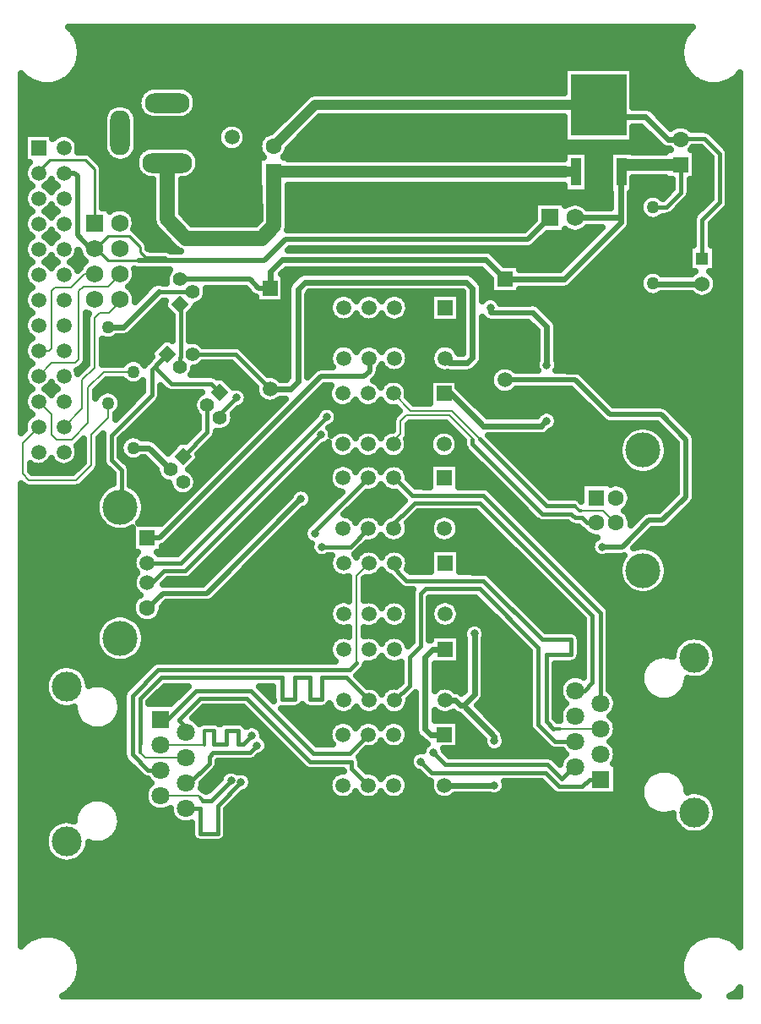
<source format=gbr>
G04 DipTrace 3.0.0.0*
G04 Top.gbr*
%MOIN*%
G04 #@! TF.FileFunction,Copper,L1,Top*
G04 #@! TF.Part,Single*
%AMOUTLINE0*5,1,4,0,0,0.070866,-180.0*%
%AMOUTLINE3*5,1,4,0,0,0.070866,0.0*%
%AMOUTLINE6*5,1,4,0,0,0.070866,-90.0*%
G04 #@! TA.AperFunction,Conductor*
%ADD10C,0.01*%
%ADD14C,0.015748*%
%ADD15C,0.007*%
%ADD16C,0.014*%
%ADD17C,0.008*%
%ADD19C,0.019685*%
%ADD20C,0.023622*%
%ADD21C,0.04*%
%ADD22C,0.059055*%
%ADD23C,0.03937*%
%ADD24C,0.048*%
%ADD25C,0.02*%
%ADD26C,0.015*%
%ADD27C,0.016*%
%ADD28C,0.047244*%
G04 #@! TA.AperFunction,CopperBalancing*
%ADD29C,0.025*%
%ADD32R,0.03937X0.108268*%
%ADD33R,0.218504X0.242126*%
G04 #@! TA.AperFunction,ComponentPad*
%ADD34R,0.062992X0.062992*%
%ADD35C,0.062992*%
%ADD37R,0.059055X0.059055*%
%ADD38C,0.059055*%
%ADD39C,0.06*%
%ADD40R,0.05X0.05*%
%ADD41R,0.070866X0.070866*%
%ADD42C,0.070866*%
%ADD43C,0.11811*%
%ADD44C,0.062992*%
%ADD45C,0.137795*%
%ADD46O,0.177165X0.07874*%
%ADD47O,0.19685X0.07874*%
%ADD48O,0.07874X0.177165*%
%ADD49R,0.068898X0.068898*%
%ADD50C,0.068898*%
%ADD51C,0.055118*%
%ADD52C,0.05*%
%ADD53C,0.05*%
G04 #@! TA.AperFunction,ViaPad*
%ADD54C,0.031496*%
G04 #@! TA.AperFunction,ComponentPad*
%ADD106OUTLINE0*%
%ADD109OUTLINE3*%
%ADD112OUTLINE6*%
%FSLAX26Y26*%
G04*
G70*
G90*
G75*
G01*
G04 Top*
%LPD*%
X982284Y1523622D2*
D14*
X1007874D1*
X1122047Y1637795D1*
X1338583D1*
X1584646Y1391732D1*
X1729528D1*
X1802362Y1464567D1*
X1082284Y1473610D2*
Y1492520D1*
X1055118Y1519685D1*
Y1523622D1*
X1137795Y1606299D1*
X1322835D1*
X1570866Y1358268D1*
X1736221D1*
Y1330709D1*
X1802362Y1264567D1*
X982284Y1423610D2*
D15*
X981856Y1423377D1*
X1153544D1*
D16*
Y1480315D1*
X1192914D1*
D14*
Y1425197D1*
X1240158D1*
Y1480315D1*
X1287402D1*
Y1425197D1*
X1307087D1*
X1342520Y1460630D1*
X1082284Y1373610D2*
D15*
X921666D1*
X901575Y1393701D1*
D16*
Y1429134D1*
D14*
Y1606299D1*
X984252Y1688977D1*
X1460630D1*
Y1602362D1*
X1511811D1*
Y1688977D1*
X1570866D1*
Y1602362D1*
X1618110D1*
Y1688977D1*
X1714567D1*
X1804331Y1599213D1*
X982284Y1323610D2*
X932295D1*
X870079Y1385827D1*
Y1618110D1*
X972441Y1720473D1*
X1728347D1*
X1755906Y1748032D1*
D15*
Y2091339D1*
X1804331Y2139764D1*
X1082284Y1273610D2*
D14*
X1096445D1*
X1173229Y1350394D1*
Y1377953D1*
X1188977Y1393701D1*
X1334646D1*
X1362205Y1421260D1*
X982284Y1223610D2*
D15*
X1130721D1*
X1137795Y1216536D1*
D16*
X1149607Y1204725D1*
D14*
X1181103D1*
X1259843Y1283465D1*
X1590551Y2255906D2*
Y2266891D1*
X1699929Y2376269D1*
X1707874Y2381890D1*
X1802362Y2476378D1*
X1082284Y1173622D2*
X1139154D1*
Y1074803D1*
X1208662D1*
Y1185040D1*
X1299213Y1275591D1*
X1618110Y2204725D2*
X1730709D1*
X1802362Y2276378D1*
X2700788Y2299213D2*
X2665355D1*
X2645670Y2318898D1*
X2618110D1*
X2602362Y2334646D1*
X2488189D1*
X2212599Y2610236D1*
Y2625984D1*
D17*
Y2633858D1*
X2122047Y2724410D1*
X1952756D1*
X1929134Y2700788D1*
Y2649607D1*
X1888583Y2609055D1*
X1900394D1*
X2779528Y2299213D2*
D15*
X2775591D1*
X2728347Y2346457D1*
X2641732D1*
D16*
X2633858D1*
X2614173Y2366142D1*
D14*
X2503937D1*
X2240158Y2629921D1*
D17*
X2129921Y2740158D1*
X1969292D1*
X1900394Y2809055D1*
X929134Y2062992D2*
D14*
X948819D1*
X996063Y2110236D1*
X1078740D1*
X1614173Y2645670D1*
X929134Y2141732D2*
X1062992D1*
X1637795Y2716536D1*
X929134Y2240158D2*
D19*
X978347D1*
X1614173Y2875984D1*
X1785433D1*
X1807087Y2897638D1*
Y2944882D1*
X1804331Y2947638D1*
X929134Y1964567D2*
X933071D1*
X990158Y2021654D1*
X1163386D1*
X1535433Y2393701D1*
X3118898Y3241470D2*
D20*
X2927166D1*
X2925984Y3242651D1*
X3033465Y3810630D2*
X2984646D1*
X2895670Y3899607D1*
X2756562D1*
X2710105Y3946063D1*
X1216273Y2813517D2*
D14*
X1181890Y2847900D1*
X1023753D1*
X966273Y2905381D1*
Y2922441D1*
X1007481Y2963649D1*
Y2962467D1*
X947113Y2902100D1*
Y2802756D1*
X787533Y2643176D1*
Y2547244D1*
X827953Y2506824D1*
Y2366536D1*
X822441Y2361024D1*
X3118898Y3341470D2*
Y3493045D1*
X3188189Y3562336D1*
Y3754331D1*
X3128084Y3814436D1*
X3037271D1*
X3033465Y3810630D1*
X2710105Y3946063D2*
D21*
X1590158D1*
X1427166Y3783071D1*
X2707743Y3965617D2*
D20*
X2710105Y3946063D1*
X1007874Y3718504D2*
D22*
Y3496063D1*
X1082677Y3421260D1*
X1263780D1*
X1379921D1*
X1429134Y3470473D1*
Y3681103D1*
D20*
X1427166Y3683071D1*
X2620341Y3682284D2*
D23*
X2576656D1*
D24*
X1427953D1*
X1427166Y3683071D1*
X500000Y3677559D2*
D10*
Y3685302D1*
X543307Y3728609D1*
X684252D1*
X720341Y3692520D1*
Y3480446D1*
X720473Y3480315D1*
Y3380315D2*
X727691D1*
X775722Y3332284D1*
X893570D1*
D25*
X1013268D1*
X1390551D1*
X1474935Y3416667D1*
X2432415D1*
X2517717Y3501969D1*
X720473Y3380315D2*
D10*
X724803D1*
X774016Y3429528D1*
X858137D1*
X901444Y3386221D1*
Y3365748D1*
X920604Y3346588D1*
X998963D1*
X1013268Y3332284D1*
X600000Y3677559D2*
D25*
X642389D1*
X653281Y3666667D1*
Y3433071D1*
X704987Y3381365D1*
X719423D1*
X720473Y3380315D1*
Y3280315D2*
D15*
X682021D1*
X627953Y3226247D1*
X564305D1*
X552362Y3214305D1*
Y2987927D1*
X542257Y2977822D1*
X500263D1*
X500000Y2977559D1*
X820473Y3280315D2*
Y3275460D1*
X774803Y3229790D1*
X676772D1*
X659318Y3212336D1*
Y2944488D1*
X644357Y2929528D1*
X551969D1*
X500000Y2877559D1*
X820473Y3180315D2*
Y3169160D1*
X777034Y3125722D1*
X740945D1*
X721785Y3106562D1*
Y2911418D1*
X672704Y2862336D1*
Y2750263D1*
X600000Y2677559D1*
X1166273Y2763517D2*
D14*
Y2656299D1*
X1069948Y2559974D1*
X1057481Y2913649D2*
D26*
Y2949738D1*
X1061549Y2953806D1*
Y3156037D1*
D10*
X1058137Y3159449D1*
X1108137Y3209449D2*
D27*
X973229D1*
D20*
X834646Y3070866D1*
X773622D1*
X2340551Y2862205D2*
D19*
X2618110D1*
X2753937Y2726378D1*
X2956693D1*
X3055118Y2627953D1*
Y2401575D1*
X2962599Y2309055D1*
X2907481D1*
X2803150Y2204725D1*
X2724410D1*
X2220473Y1862205D2*
D20*
Y1622047D1*
X2177166Y1578740D1*
X2165355D1*
X2144882Y1599213D1*
X2104331D1*
X2102362Y1264567D2*
X2299213D1*
Y1438977D2*
Y1456693D1*
X2177166Y1578740D1*
X1216273Y2713517D2*
D14*
Y2726903D1*
X1281890Y2792520D1*
X874016Y2594488D2*
D20*
X935433D1*
X1019948Y2509974D1*
X1413386Y2826772D2*
X1494095D1*
X1523622Y2856299D1*
Y3220473D1*
X1551181Y3248032D1*
X2188977D1*
X2212599Y3224410D1*
Y2948819D1*
X2192914Y2929134D1*
X2122835D1*
X2104331Y2947638D1*
X1107481Y2963649D2*
D14*
X1276509D1*
X1413386Y2826772D1*
X2718504Y1287402D2*
X2673229D1*
X2645670Y1259843D1*
X2555118D1*
X2500000Y1314961D1*
X2051969D1*
X2008662Y1358268D1*
X2618504Y1337414D2*
X2613004D1*
X2564961Y1289370D1*
X2507874Y1346457D1*
X2106299D1*
X2059055Y1393701D1*
X2618504Y1437414D2*
X2538965D1*
X2472441Y1503937D1*
Y1807087D1*
X2240158Y2039370D1*
X2027559D1*
X2007874Y2019685D1*
Y1814961D1*
X1964567Y1771654D1*
Y1657481D1*
X1906299Y1599213D1*
X1904331D1*
X2718504Y1487414D2*
D15*
X2559831D1*
X2559055Y1488189D1*
D16*
X2531496D1*
D14*
X2503937Y1515748D1*
Y1779528D1*
X2602362D1*
Y1838583D1*
X2488189D1*
X2255906Y2070866D1*
X1952756D1*
X1883858Y2139764D1*
X1904331D1*
X2718504Y1587414D2*
Y1944882D1*
X2255906Y2407481D1*
X1974410D1*
X1905512Y2476378D1*
X1902362D1*
X2618504Y1637402D2*
X2653150D1*
X2685040Y1669292D1*
Y1933071D1*
X2240158Y2377953D1*
X1984252D1*
X1882677Y2276378D1*
X1902362D1*
X3033465Y3710630D2*
D28*
X2828215D1*
D20*
X2799869Y3682284D1*
X2340551Y3259843D2*
X2574803D1*
X2797244Y3482284D1*
Y3501969D1*
Y3679659D1*
X2799869Y3682284D1*
X1413386Y3224410D2*
Y3289370D1*
X1460630Y3336614D1*
X2263780D1*
X2340551Y3259843D1*
X2283465Y3147638D2*
D19*
Y3127953D1*
X2450788D1*
D20*
X2505906Y3072835D1*
Y2921260D1*
Y2700788D2*
D19*
X2486221Y2681103D1*
D20*
X2255906D1*
X2127953Y2809055D1*
X2100394D1*
X2104331Y1799213D2*
X2053150D1*
X2025591Y1771654D1*
Y1486221D1*
X2047244Y1464567D1*
X2102362D1*
X2617717Y3501969D2*
X2797244D1*
X1058137Y3259449D2*
D25*
X1333334D1*
X1368635Y3224147D1*
X1413124D1*
X1413386Y3224410D1*
X2925984Y3542651D2*
D14*
X2976509D1*
X3035565Y3601706D1*
Y3708530D1*
X3033465Y3710630D1*
X874016Y2894488D2*
D15*
X757349D1*
X696063Y2833202D1*
Y2692257D1*
X630446Y2626641D1*
X571129D1*
X551837Y2645932D1*
Y2725722D1*
X500000Y2777559D1*
X773622Y2770866D2*
Y2712861D1*
X706824Y2646063D1*
Y2525984D1*
X648557Y2467717D1*
X462074D1*
X437271Y2492520D1*
Y2614830D1*
X500000Y2677559D1*
D54*
X1342520Y1460630D3*
X1362205Y1421260D3*
X1259843Y1283465D3*
X1590551Y2255906D3*
X1299213Y1275591D3*
X1618110Y2204725D3*
X1614173Y2645670D3*
X1637795Y2716536D3*
X1535433Y2393701D3*
X2724410Y2204725D3*
X2220473Y1862205D3*
X2299213Y1264567D3*
Y1438977D3*
X1281890Y2792520D3*
X2008662Y1358268D3*
X2059055Y1393701D3*
X2283465Y3147638D3*
X2505906Y2921260D3*
Y2700788D3*
X2707743Y3965617D3*
X643807Y4227970D2*
D29*
X3055604D1*
X657284Y4203101D2*
X3042128D1*
X664656Y4178232D2*
X3034706D1*
X666952Y4153364D2*
X3032362D1*
X664511Y4128495D2*
X3034803D1*
X656991Y4103626D2*
X3042274D1*
X643368Y4078757D2*
X2571864D1*
X2848348D2*
X3055898D1*
X434726Y4053889D2*
X446750D1*
X620711D2*
X2571864D1*
X2848348D2*
X3078504D1*
X3252743D2*
X3266099D1*
X434726Y4029020D2*
X491786D1*
X575643D2*
X2571864D1*
X2848348D2*
X3123280D1*
X3207967D2*
X3266103D1*
X434726Y4004151D2*
X912635D1*
X1103134D2*
X2571864D1*
X2848348D2*
X3266103D1*
X434726Y3979282D2*
X895058D1*
X1120711D2*
X1555116D1*
X2848348D2*
X3266103D1*
X434726Y3954414D2*
X890322D1*
X1125448D2*
X1530263D1*
X2848348D2*
X3266103D1*
X434726Y3929545D2*
X771083D1*
X874618D2*
X895302D1*
X1120467D2*
X1505408D1*
X2922079D2*
X3266103D1*
X434726Y3904676D2*
X757215D1*
X888436D2*
X913368D1*
X1102402D2*
X1480507D1*
X2947274D2*
X3266103D1*
X434726Y3879807D2*
X754482D1*
X891219D2*
X1455654D1*
X1592147D2*
X2571864D1*
X2972128D2*
X3266103D1*
X434726Y3854939D2*
X754482D1*
X891219D2*
X1218398D1*
X1309188D2*
X1430799D1*
X1567294D2*
X2571864D1*
X2848348D2*
X2883680D1*
X3073398D2*
X3266103D1*
X558504Y3830070D2*
X577967D1*
X622030D2*
X754482D1*
X891219D2*
X1206386D1*
X1321151D2*
X1390711D1*
X1542391D2*
X2571864D1*
X2848348D2*
X2908534D1*
X3163534D2*
X3266103D1*
X651230Y3805201D2*
X754482D1*
X891219D2*
X1206971D1*
X1320614D2*
X1371083D1*
X1517538D2*
X2571864D1*
X2848348D2*
X2933387D1*
X3188436D2*
X3266103D1*
X658456Y3780332D2*
X754872D1*
X890828D2*
X923622D1*
X1092147D2*
X1220643D1*
X1306894D2*
X1366738D1*
X1492684D2*
X2958730D1*
X3213290D2*
X3266103D1*
X703183Y3755463D2*
X762734D1*
X882919D2*
X891782D1*
X1123935D2*
X1373671D1*
X1480672D2*
X2571668D1*
X2669003D2*
X2751210D1*
X3093954D2*
X3135975D1*
X3225058D2*
X3266103D1*
X729306Y3730595D2*
X787000D1*
X858651D2*
X881580D1*
X1134188D2*
X1366688D1*
X2669003D2*
X2751210D1*
X3093954D2*
X3151307D1*
X3225058D2*
X3266103D1*
X434726Y3705726D2*
X449091D1*
X751424D2*
X881727D1*
X1134042D2*
X1366688D1*
X2669003D2*
X2751210D1*
X3093954D2*
X3151307D1*
X3225058D2*
X3266103D1*
X754355Y3680857D2*
X892274D1*
X1123495D2*
X1366688D1*
X2669003D2*
X2751210D1*
X3093954D2*
X3151307D1*
X3225058D2*
X3266103D1*
X434726Y3655988D2*
X445774D1*
X754355D2*
X925575D1*
X1090146D2*
X1366688D1*
X2669003D2*
X2751210D1*
X2848544D2*
X2972987D1*
X3093954D2*
X3151307D1*
X3225058D2*
X3266103D1*
X434726Y3631120D2*
X466151D1*
X533847D2*
X566151D1*
X754355D2*
X949355D1*
X1066415D2*
X1366688D1*
X1487655D2*
X2571668D1*
X2669003D2*
X2751210D1*
X2848544D2*
X2998719D1*
X3072420D2*
X3151307D1*
X3225058D2*
X3266103D1*
X434726Y3606251D2*
X449383D1*
X754355D2*
X949355D1*
X1066415D2*
X1370595D1*
X1487655D2*
X2571668D1*
X2669003D2*
X2751210D1*
X2848544D2*
X2989003D1*
X3072420D2*
X3151307D1*
X3225058D2*
X3266103D1*
X754355Y3581382D2*
X949355D1*
X1066415D2*
X1370595D1*
X1487655D2*
X2756435D1*
X2838046D2*
X2889540D1*
X3065780D2*
X3151307D1*
X3225058D2*
X3266103D1*
X434726Y3556513D2*
X445579D1*
X754355D2*
X949355D1*
X1066415D2*
X1370595D1*
X1487655D2*
X2454286D1*
X2647372D2*
X2756435D1*
X2838046D2*
X2873915D1*
X3041463D2*
X3131288D1*
X3224570D2*
X3266103D1*
X434726Y3531645D2*
X465419D1*
X534579D2*
X565419D1*
X855819D2*
X949355D1*
X1066415D2*
X1370595D1*
X1487655D2*
X2454286D1*
X2838046D2*
X2873183D1*
X3016610D2*
X3106386D1*
X3208603D2*
X3266103D1*
X434726Y3506776D2*
X449676D1*
X877890D2*
X949355D1*
X1078866D2*
X1370595D1*
X1487655D2*
X2454286D1*
X2838046D2*
X2886562D1*
X2965439D2*
X3084902D1*
X3183748D2*
X3266103D1*
X883895Y3481907D2*
X951160D1*
X1103768D2*
X1358827D1*
X1487655D2*
X2443544D1*
X2838046D2*
X3082020D1*
X3158847D2*
X3266103D1*
X434726Y3457038D2*
X445383D1*
X879306D2*
X965175D1*
X1485995D2*
X2418691D1*
X2661386D2*
X2715322D1*
X2828572D2*
X3082020D1*
X3155771D2*
X3266103D1*
X434726Y3432170D2*
X464687D1*
X535311D2*
X564687D1*
X902547D2*
X990028D1*
X2502011D2*
X2690467D1*
X2803818D2*
X3082020D1*
X3155771D2*
X3266103D1*
X434726Y3407301D2*
X450067D1*
X927352D2*
X1014931D1*
X2477156D2*
X2665614D1*
X2778915D2*
X3082020D1*
X3155771D2*
X3266103D1*
X935458Y3382432D2*
X1039784D1*
X2447567D2*
X2640711D1*
X2754062D2*
X3064882D1*
X3172908D2*
X3266103D1*
X434726Y3357563D2*
X445189D1*
X2299520D2*
X2615858D1*
X2729208D2*
X3064882D1*
X3172908D2*
X3266103D1*
X434726Y3332694D2*
X463954D1*
X536044D2*
X563954D1*
X636044D2*
X679970D1*
X2324374D2*
X2591004D1*
X2704306D2*
X3064882D1*
X3172908D2*
X3266103D1*
X434726Y3307826D2*
X450360D1*
X649618D2*
X663629D1*
X2399080D2*
X2566103D1*
X2679452D2*
X3064882D1*
X3172908D2*
X3266103D1*
X883847Y3282957D2*
X1006971D1*
X1463631D2*
X1532948D1*
X2207187D2*
X2260780D1*
X2654599D2*
X2891444D1*
X2960507D2*
X3078066D1*
X3159726D2*
X3266103D1*
X434726Y3258088D2*
X444994D1*
X879696D2*
X1001600D1*
X1471883D2*
X1504579D1*
X2235604D2*
X2282020D1*
X2629696D2*
X2874355D1*
X3175399D2*
X3266103D1*
X434726Y3233219D2*
X463271D1*
X861630D2*
X940322D1*
X1471883D2*
X1484999D1*
X2252352D2*
X2282020D1*
X2604843D2*
X2872840D1*
X3177303D2*
X3266103D1*
X434726Y3208351D2*
X450750D1*
X877059D2*
X915467D1*
X1164656D2*
X1330311D1*
X1471883D2*
X1482802D1*
X1568172D2*
X2171815D1*
X2253378D2*
X2282020D1*
X2399080D2*
X2885096D1*
X3167147D2*
X3266103D1*
X1158066Y3183482D2*
X1354872D1*
X1471883D2*
X1482802D1*
X1564412D2*
X1658778D1*
X1749862D2*
X1758780D1*
X1849862D2*
X1858780D1*
X1949862D2*
X2045790D1*
X2162851D2*
X2171806D1*
X2308310D2*
X3266103D1*
X434726Y3158613D2*
X444798D1*
X979062D2*
X993739D1*
X1129012D2*
X1482802D1*
X1564412D2*
X1646912D1*
X1961776D2*
X2045790D1*
X2162851D2*
X2171806D1*
X2476230D2*
X3266103D1*
X434726Y3133744D2*
X462587D1*
X954208D2*
X1008436D1*
X1107822D2*
X1482802D1*
X1564412D2*
X1647547D1*
X1961092D2*
X2045790D1*
X2162851D2*
X2171806D1*
X2501668D2*
X3266103D1*
X434726Y3108876D2*
X451042D1*
X929306D2*
X1025038D1*
X1098055D2*
X1482802D1*
X1564412D2*
X1661366D1*
X1747274D2*
X1761407D1*
X1847274D2*
X1861407D1*
X1947274D2*
X2045790D1*
X2162851D2*
X2171806D1*
X2526523D2*
X3266103D1*
X904452Y3084007D2*
X1025038D1*
X1098055D2*
X1482802D1*
X1564412D2*
X2171815D1*
X2253378D2*
X2438075D1*
X2545028D2*
X3266103D1*
X434726Y3059138D2*
X444604D1*
X879599D2*
X1025038D1*
X1098055D2*
X1482802D1*
X1564412D2*
X2171815D1*
X2253378D2*
X2462928D1*
X2546688D2*
X3266103D1*
X434726Y3034269D2*
X461952D1*
X848446D2*
X1025038D1*
X1098055D2*
X1482802D1*
X1564412D2*
X2171815D1*
X2253378D2*
X2465126D1*
X2546688D2*
X3266103D1*
X434726Y3009400D2*
X451433D1*
X754256D2*
X977822D1*
X1138778D2*
X1482802D1*
X1564412D2*
X2171815D1*
X2253378D2*
X2465126D1*
X2546688D2*
X3266103D1*
X754256Y2984532D2*
X952967D1*
X1306747D2*
X1482802D1*
X1564412D2*
X1659656D1*
X1748983D2*
X1759718D1*
X1848983D2*
X1859718D1*
X1948983D2*
X2059656D1*
X2148983D2*
X2171815D1*
X2253378D2*
X2465126D1*
X2546688D2*
X3266103D1*
X434726Y2959663D2*
X444408D1*
X754256D2*
X943348D1*
X1331600D2*
X1482802D1*
X1564412D2*
X1647108D1*
X1961532D2*
X2047108D1*
X2253378D2*
X2465126D1*
X2546688D2*
X3266103D1*
X434726Y2934794D2*
X461318D1*
X754256D2*
X839491D1*
X908554D2*
X928700D1*
X1356454D2*
X1482802D1*
X1564412D2*
X1647303D1*
X1961336D2*
X2047303D1*
X2250740D2*
X2463416D1*
X2548398D2*
X3266103D1*
X434726Y2909925D2*
X451823D1*
X1115927D2*
X1279139D1*
X1381356D2*
X1482802D1*
X1564412D2*
X1598719D1*
X1848251D2*
X1860419D1*
X1948251D2*
X2060390D1*
X2230379D2*
X2308730D1*
X2372372D2*
X2462734D1*
X2549080D2*
X3266103D1*
X1105868Y2885057D2*
X1303992D1*
X1406210D2*
X1482802D1*
X1843660D2*
X2286903D1*
X2649130D2*
X3266103D1*
X434726Y2860188D2*
X444213D1*
X767978D2*
X833095D1*
X1244979D2*
X1328847D1*
X1825790D2*
X1874990D1*
X1925790D2*
X2041883D1*
X2158895D2*
X2282070D1*
X2674032D2*
X3266103D1*
X434726Y2835319D2*
X460683D1*
X539315D2*
X560683D1*
X743075D2*
X910243D1*
X1269882D2*
X1353748D1*
X1627402D2*
X1648427D1*
X1952352D2*
X2041883D1*
X2158895D2*
X2288906D1*
X2698886D2*
X3266103D1*
X434726Y2810450D2*
X452116D1*
X728572D2*
X738163D1*
X809042D2*
X903700D1*
X983992D2*
X1136952D1*
X1322616D2*
X1357314D1*
X1602547D2*
X1641883D1*
X1958895D2*
X2041883D1*
X2183211D2*
X2316591D1*
X2364511D2*
X2615956D1*
X2723739D2*
X3266103D1*
X825448Y2785582D2*
X878847D1*
X979403D2*
X1114442D1*
X1326034D2*
X1372939D1*
X1453866D2*
X1469862D1*
X1577646D2*
X1647011D1*
X1969491D2*
X2041883D1*
X2208114D2*
X2640858D1*
X2748642D2*
X3266103D1*
X434726Y2760713D2*
X444116D1*
X826620D2*
X853992D1*
X956160D2*
X1109803D1*
X1312167D2*
X1445008D1*
X1552792D2*
X1669570D1*
X1731210D2*
X1769570D1*
X1831210D2*
X1869570D1*
X2232967D2*
X2665711D1*
X2971103D2*
X3266103D1*
X434726Y2735844D2*
X460096D1*
X813876D2*
X829091D1*
X931307D2*
X1117323D1*
X1276327D2*
X1420155D1*
X1527939D2*
X1597743D1*
X1677840D2*
X1918592D1*
X2257822D2*
X2479823D1*
X2531991D2*
X2690566D1*
X3001131D2*
X3266103D1*
X434726Y2710975D2*
X452505D1*
X906454D2*
X1129383D1*
X1272763D2*
X1395302D1*
X1503036D2*
X1581142D1*
X1682187D2*
X1897890D1*
X2549423D2*
X2715467D1*
X3025986D2*
X3266103D1*
X881551Y2686107D2*
X1129383D1*
X1265340D2*
X1370399D1*
X1478183D2*
X1556288D1*
X1669588D2*
X1896131D1*
X1962118D2*
X2114735D1*
X2548007D2*
X2943055D1*
X3050839D2*
X3266103D1*
X856698Y2661238D2*
X1120107D1*
X1232479D2*
X1345546D1*
X1453328D2*
X1531386D1*
X1655916D2*
X1677528D1*
X1723251D2*
X1777528D1*
X1823251D2*
X1877528D1*
X1962118D2*
X2077528D1*
X2123251D2*
X2139629D1*
X2523251D2*
X2825819D1*
X2946639D2*
X2967958D1*
X3075740D2*
X3266103D1*
X742050Y2636369D2*
X750667D1*
X831844D2*
X841571D1*
X906454D2*
X1095252D1*
X1196786D2*
X1320692D1*
X1428427D2*
X1506532D1*
X1959091D2*
X2048963D1*
X2151815D2*
X2164454D1*
X2284823D2*
X2803066D1*
X2969394D2*
X2992811D1*
X3092978D2*
X3266103D1*
X660214Y2611500D2*
X674297D1*
X739315D2*
X750680D1*
X975107D2*
X1046083D1*
X1172567D2*
X1295790D1*
X1403572D2*
X1481679D1*
X1958847D2*
X2041932D1*
X2158847D2*
X2175722D1*
X2309676D2*
X2791982D1*
X2980478D2*
X3016298D1*
X3093954D2*
X3266103D1*
X657772Y2586631D2*
X674355D1*
X739315D2*
X750680D1*
X999960D2*
X1021230D1*
X1147714D2*
X1270936D1*
X1378719D2*
X1456776D1*
X1606259D2*
X1646571D1*
X1954208D2*
X2046571D1*
X2154208D2*
X2185146D1*
X2334530D2*
X2788319D1*
X2984091D2*
X3016298D1*
X3093954D2*
X3266103D1*
X656259Y2561763D2*
X674355D1*
X739315D2*
X750680D1*
X1134335D2*
X1246083D1*
X1353818D2*
X1431923D1*
X1581356D2*
X1667860D1*
X1732919D2*
X1767860D1*
X1832919D2*
X1867860D1*
X1932919D2*
X2067860D1*
X2132919D2*
X2209950D1*
X2359432D2*
X2791298D1*
X2981112D2*
X3016298D1*
X3093954D2*
X3266103D1*
X541024Y2536894D2*
X558974D1*
X641024D2*
X672840D1*
X739315D2*
X752272D1*
X848983D2*
X936366D1*
X1122274D2*
X1221180D1*
X1328963D2*
X1407070D1*
X1556503D2*
X2234852D1*
X2384286D2*
X2801600D1*
X2970858D2*
X3016298D1*
X3093954D2*
X3266103D1*
X469784Y2512025D2*
X647939D1*
X735848D2*
X771668D1*
X864412D2*
X961219D1*
X1097420D2*
X1196327D1*
X1304110D2*
X1382167D1*
X1531650D2*
X1656630D1*
X1748055D2*
X1756684D1*
X1848055D2*
X1856684D1*
X1948055D2*
X2043836D1*
X2160898D2*
X2259706D1*
X2409139D2*
X2822792D1*
X2949618D2*
X3016298D1*
X3093954D2*
X3266103D1*
X712899Y2487156D2*
X791103D1*
X864803D2*
X968446D1*
X1119150D2*
X1171474D1*
X1279208D2*
X1357314D1*
X1506747D2*
X1644911D1*
X1959823D2*
X2043836D1*
X2160898D2*
X2284559D1*
X2434042D2*
X3016298D1*
X3093954D2*
X3266103D1*
X688046Y2462288D2*
X791103D1*
X864803D2*
X991982D1*
X1126474D2*
X1146571D1*
X1254355D2*
X1332460D1*
X1481894D2*
X1645643D1*
X1970711D2*
X2043836D1*
X2160898D2*
X2309462D1*
X2458895D2*
X3016298D1*
X3093954D2*
X3266103D1*
X434726Y2437419D2*
X762831D1*
X882040D2*
X1018348D1*
X1229500D2*
X1307558D1*
X1457040D2*
X1659608D1*
X1845126D2*
X1859608D1*
X2275302D2*
X2334315D1*
X2483748D2*
X2640322D1*
X2824227D2*
X3016298D1*
X3093954D2*
X3266103D1*
X434726Y2412550D2*
X739687D1*
X905234D2*
X1041492D1*
X1204647D2*
X1282704D1*
X1432138D2*
X1495155D1*
X1575740D2*
X1687440D1*
X1789656D2*
X1918251D1*
X2301912D2*
X2359168D1*
X2508651D2*
X2640322D1*
X2838046D2*
X3012196D1*
X3093954D2*
X3266103D1*
X434726Y2387681D2*
X728358D1*
X916512D2*
X1071962D1*
X1179744D2*
X1257851D1*
X1407284D2*
X1475526D1*
X1579744D2*
X1660243D1*
X1764755D2*
X1942860D1*
X2326815D2*
X2384071D1*
X2839168D2*
X2987343D1*
X3091171D2*
X3266103D1*
X434726Y2362813D2*
X724550D1*
X920322D2*
X1047108D1*
X1154891D2*
X1232948D1*
X1382431D2*
X1450672D1*
X1566756D2*
X1635390D1*
X1739902D2*
X1918007D1*
X2351668D2*
X2408924D1*
X2828378D2*
X2962490D1*
X3070223D2*
X3266103D1*
X434726Y2337944D2*
X727382D1*
X917490D2*
X1022255D1*
X1130038D2*
X1208095D1*
X1357528D2*
X1425771D1*
X1533554D2*
X1610487D1*
X1712704D2*
X1893154D1*
X1995322D2*
X2229042D1*
X2376523D2*
X2433778D1*
X2825204D2*
X2882948D1*
X3045370D2*
X3266103D1*
X434726Y2313075D2*
X737490D1*
X907382D2*
X997402D1*
X1105135D2*
X1183240D1*
X1332675D2*
X1400916D1*
X1508700D2*
X1585634D1*
X1747176D2*
X1757558D1*
X1847176D2*
X1857558D1*
X1970467D2*
X2057558D1*
X2147176D2*
X2253944D1*
X2401424D2*
X2458680D1*
X2838339D2*
X2857607D1*
X3020516D2*
X3266103D1*
X434726Y2288206D2*
X758339D1*
X1080282D2*
X1158387D1*
X1307822D2*
X1376063D1*
X1483847D2*
X1560828D1*
X1959628D2*
X2045107D1*
X2159628D2*
X2278798D1*
X2426278D2*
X2600135D1*
X2995614D2*
X3266103D1*
X434726Y2263337D2*
X868642D1*
X1055428D2*
X1133486D1*
X1282919D2*
X1351160D1*
X1458944D2*
X1546474D1*
X1959335D2*
X2045399D1*
X2159335D2*
X2303651D1*
X2451131D2*
X2652723D1*
X2915634D2*
X3266103D1*
X434726Y2238469D2*
X868642D1*
X1030526D2*
X1108631D1*
X1258066D2*
X1326307D1*
X1434091D2*
X1549599D1*
X1846103D2*
X1858631D1*
X1946103D2*
X2058631D1*
X2146103D2*
X2328554D1*
X2476034D2*
X2696523D1*
X2890780D2*
X3266103D1*
X434726Y2213600D2*
X868642D1*
X1005624D2*
X1083778D1*
X1233211D2*
X1301454D1*
X1409238D2*
X1574306D1*
X1790683D2*
X2353407D1*
X2500887D2*
X2680604D1*
X2865927D2*
X3266103D1*
X434726Y2188731D2*
X868642D1*
X989608D2*
X1058876D1*
X1208358D2*
X1276600D1*
X1384335D2*
X1576503D1*
X1765828D2*
X1774651D1*
X1834042D2*
X1874599D1*
X1934042D2*
X2045790D1*
X2162851D2*
X2378260D1*
X2525740D2*
X2682802D1*
X2944588D2*
X3266103D1*
X434726Y2163862D2*
X875184D1*
X1183456D2*
X1251698D1*
X1359482D2*
X1604920D1*
X1631264D2*
X1651259D1*
X1957382D2*
X2045790D1*
X2162851D2*
X2403163D1*
X2550643D2*
X2711219D1*
X2737607D2*
X2804042D1*
X2968416D2*
X3266103D1*
X434726Y2138994D2*
X870692D1*
X1158603D2*
X1226844D1*
X1334628D2*
X1645839D1*
X1962851D2*
X2045790D1*
X2162851D2*
X2428016D1*
X2575496D2*
X2792420D1*
X2980038D2*
X3266103D1*
X434726Y2114125D2*
X877870D1*
X1133748D2*
X1201991D1*
X1309726D2*
X1652040D1*
X1960604D2*
X2045790D1*
X2162851D2*
X2452870D1*
X2600351D2*
X2788368D1*
X2984091D2*
X3266103D1*
X434726Y2089256D2*
X877138D1*
X1108847D2*
X1177088D1*
X1284872D2*
X1677576D1*
X1831063D2*
X1877576D1*
X2288631D2*
X2477772D1*
X2625252D2*
X2790956D1*
X2981503D2*
X3266103D1*
X434726Y2064387D2*
X870643D1*
X1001327D2*
X1152235D1*
X1260019D2*
X1723427D1*
X1788387D2*
X1908143D1*
X2313486D2*
X2502626D1*
X2650107D2*
X2800722D1*
X2971688D2*
X3266103D1*
X434726Y2039519D2*
X875771D1*
X1235116D2*
X1723427D1*
X1788387D2*
X1936171D1*
X2338339D2*
X2527479D1*
X2674960D2*
X2821034D1*
X2951424D2*
X3266103D1*
X434726Y2014650D2*
X897402D1*
X1210263D2*
X1723427D1*
X1788387D2*
X1970986D1*
X2363240D2*
X2552382D1*
X2699814D2*
X3266103D1*
X434726Y1989781D2*
X874403D1*
X1183310D2*
X1676600D1*
X1832040D2*
X1876600D1*
X1932040D2*
X1970986D1*
X2044735D2*
X2076600D1*
X2132040D2*
X2238660D1*
X2388095D2*
X2577235D1*
X2724715D2*
X3266103D1*
X434726Y1964912D2*
X868642D1*
X989608D2*
X1651795D1*
X1956894D2*
X1970986D1*
X2156894D2*
X2263515D1*
X2412948D2*
X2602088D1*
X2748935D2*
X3266103D1*
X434726Y1940044D2*
X874110D1*
X984188D2*
X1645790D1*
X1962851D2*
X1971037D1*
X2162851D2*
X2288368D1*
X2437851D2*
X2626942D1*
X2755379D2*
X3266103D1*
X434726Y1915175D2*
X756776D1*
X888095D2*
X896219D1*
X962020D2*
X1651503D1*
X1957187D2*
X1970986D1*
X2157187D2*
X2313271D1*
X2462704D2*
X2648183D1*
X2755379D2*
X3266103D1*
X434726Y1890306D2*
X736708D1*
X908163D2*
X1675526D1*
X1833163D2*
X1875526D1*
X1933163D2*
X1970986D1*
X2044735D2*
X2075526D1*
X2133163D2*
X2186415D1*
X2254500D2*
X2338124D1*
X2487558D2*
X2648183D1*
X2755379D2*
X3266103D1*
X434726Y1865437D2*
X727040D1*
X917831D2*
X1723427D1*
X1788387D2*
X1970986D1*
X2044735D2*
X2175868D1*
X2265096D2*
X2362978D1*
X2626327D2*
X2648183D1*
X2755379D2*
X3266103D1*
X434726Y1840568D2*
X724599D1*
X920272D2*
X1664051D1*
X1844638D2*
X1864051D1*
X1944638D2*
X1970986D1*
X2162851D2*
X2179658D1*
X2261288D2*
X2387879D1*
X2639168D2*
X2648164D1*
X2755379D2*
X3041883D1*
X3135263D2*
X3266103D1*
X434726Y1815700D2*
X728748D1*
X916122D2*
X1648280D1*
X2162851D2*
X2179658D1*
X2261288D2*
X2412734D1*
X2639218D2*
X2648180D1*
X2755379D2*
X3015516D1*
X3161630D2*
X3266103D1*
X434726Y1790831D2*
X740566D1*
X904355D2*
X1646424D1*
X2162851D2*
X2179658D1*
X2261288D2*
X2435584D1*
X2639218D2*
X2648180D1*
X2755379D2*
X3003847D1*
X3173348D2*
X3266103D1*
X434726Y1765962D2*
X764638D1*
X880234D2*
X1656727D1*
X2162851D2*
X2179658D1*
X2261288D2*
X2435584D1*
X2636435D2*
X2648202D1*
X2755379D2*
X2919324D1*
X3176620D2*
X3266103D1*
X434726Y1741093D2*
X941982D1*
X1792050D2*
X1927723D1*
X2066415D2*
X2179676D1*
X2261288D2*
X2435584D1*
X2540780D2*
X2648183D1*
X2755379D2*
X2892079D1*
X3172519D2*
X3266103D1*
X434726Y1716225D2*
X551503D1*
X672908D2*
X917079D1*
X1775204D2*
X1927723D1*
X2066415D2*
X2179676D1*
X2261288D2*
X2435584D1*
X2540780D2*
X2648183D1*
X2755379D2*
X2879286D1*
X3159676D2*
X3266103D1*
X434726Y1691356D2*
X532948D1*
X691463D2*
X892226D1*
X1763290D2*
X1927723D1*
X2066415D2*
X2179676D1*
X2261288D2*
X2435584D1*
X2540780D2*
X2585634D1*
X2755379D2*
X2874696D1*
X3130428D2*
X3266103D1*
X434726Y1666487D2*
X525135D1*
X699276D2*
X867372D1*
X1788143D2*
X1922450D1*
X2066415D2*
X2179676D1*
X2261288D2*
X2435584D1*
X2540780D2*
X2561318D1*
X2755379D2*
X2877040D1*
X3059970D2*
X3266103D1*
X434726Y1641618D2*
X524990D1*
X795810D2*
X842519D1*
X987996D2*
X1074744D1*
X1385848D2*
X1423768D1*
X1843416D2*
X1865223D1*
X2143416D2*
X2179676D1*
X2261288D2*
X2435584D1*
X2540780D2*
X2554221D1*
X2755379D2*
X2886952D1*
X3050058D2*
X3266103D1*
X434726Y1616750D2*
X532460D1*
X815340D2*
X833192D1*
X963143D2*
X1049891D1*
X1410751D2*
X1423760D1*
X1974960D2*
X1984773D1*
X2260898D2*
X2435584D1*
X2540780D2*
X2557607D1*
X2775546D2*
X2908046D1*
X3028963D2*
X3266103D1*
X434726Y1591881D2*
X550428D1*
X824324D2*
X833221D1*
X938436D2*
X1025038D1*
X1962362D2*
X1984803D1*
X2246982D2*
X2435584D1*
X2540780D2*
X2574012D1*
X2782772D2*
X3266103D1*
X434726Y1567012D2*
X638660D1*
X1149618D2*
X1311024D1*
X1460458D2*
X1655995D1*
X1952694D2*
X1984803D1*
X2245566D2*
X2435584D1*
X2540780D2*
X2561610D1*
X2779452D2*
X3266103D1*
X434726Y1542143D2*
X643983D1*
X820566D2*
X833192D1*
X1124764D2*
X1335878D1*
X1485360D2*
X1984803D1*
X2066415D2*
X2151551D1*
X2270419D2*
X2435584D1*
X2540780D2*
X2554294D1*
X2763240D2*
X3266103D1*
X434726Y1517274D2*
X657851D1*
X806698D2*
X833192D1*
X1128671D2*
X1360780D1*
X1510214D2*
X1680898D1*
X1723836D2*
X1780898D1*
X1823836D2*
X1880898D1*
X1923836D2*
X1984803D1*
X2160898D2*
X2181971D1*
X2295322D2*
X2435584D1*
X2775252D2*
X3266103D1*
X434726Y1492406D2*
X687928D1*
X776668D2*
X833192D1*
X1372860D2*
X1385593D1*
X1535067D2*
X1651259D1*
X1953475D2*
X1984803D1*
X2160898D2*
X2206824D1*
X2320175D2*
X2437587D1*
X2782723D2*
X3266103D1*
X434726Y1467537D2*
X833192D1*
X1386679D2*
X1410487D1*
X1559920D2*
X1643935D1*
X1960799D2*
X1989638D1*
X2160898D2*
X2231679D1*
X2338436D2*
X2457752D1*
X2779647D2*
X3266103D1*
X434726Y1442668D2*
X833192D1*
X1401131D2*
X1435390D1*
X1584823D2*
X1648280D1*
X1956406D2*
X2012490D1*
X2160898D2*
X2254628D1*
X2343807D2*
X2482607D1*
X2763827D2*
X3266103D1*
X434726Y1417799D2*
X833192D1*
X1406795D2*
X1460243D1*
X1835702D2*
X1869032D1*
X1935702D2*
X2021864D1*
X2160898D2*
X2260146D1*
X2338240D2*
X2507460D1*
X2774960D2*
X3266103D1*
X434726Y1392931D2*
X833192D1*
X1396054D2*
X1485096D1*
X1781844D2*
X1982020D1*
X2110946D2*
X2572939D1*
X2782675D2*
X3266103D1*
X434726Y1368062D2*
X838172D1*
X1360019D2*
X1509950D1*
X1771639D2*
X1965076D1*
X2537362D2*
X2562196D1*
X2779843D2*
X3266103D1*
X434726Y1343193D2*
X861610D1*
X1209335D2*
X1534852D1*
X1774814D2*
X1966688D1*
X2782919D2*
X3266103D1*
X434726Y1318324D2*
X886463D1*
X1192244D2*
X1233486D1*
X1286191D2*
X1684120D1*
X1820614D2*
X1884120D1*
X1920614D2*
X1992420D1*
X2782919D2*
X2923572D1*
X3013436D2*
X3266103D1*
X434726Y1293456D2*
X913319D1*
X1167391D2*
X1216298D1*
X1339999D2*
X1651844D1*
X1952840D2*
X2022352D1*
X2782919D2*
X2893836D1*
X3043172D2*
X3266103D1*
X434726Y1268587D2*
X937196D1*
X1146492D2*
X1193886D1*
X1343368D2*
X1643983D1*
X1960751D2*
X2043983D1*
X2343759D2*
X2495252D1*
X2782919D2*
X2880116D1*
X3056894D2*
X3266103D1*
X434726Y1243718D2*
X921230D1*
X1159872D2*
X1168983D1*
X1329452D2*
X1647890D1*
X1956844D2*
X2047890D1*
X2338436D2*
X2520155D1*
X2782919D2*
X2874843D1*
X3062167D2*
X3266103D1*
X434726Y1218849D2*
X918055D1*
X1293563D2*
X1667470D1*
X1737215D2*
X1767470D1*
X1837215D2*
X1867470D1*
X1937215D2*
X2067470D1*
X2137215D2*
X2876551D1*
X3150692D2*
X3266103D1*
X434726Y1193981D2*
X671474D1*
X793075D2*
X925428D1*
X1268710D2*
X2885634D1*
X3168466D2*
X3266103D1*
X434726Y1169112D2*
X650526D1*
X814023D2*
X950379D1*
X1245516D2*
X2905311D1*
X3175839D2*
X3266103D1*
X434726Y1144243D2*
X640760D1*
X823788D2*
X1025282D1*
X1245516D2*
X3001551D1*
X3175595D2*
X3266103D1*
X434726Y1119374D2*
X569814D1*
X826034D2*
X1049940D1*
X1245516D2*
X3009511D1*
X3167684D2*
X3266103D1*
X434726Y1094505D2*
X540858D1*
X821395D2*
X1102284D1*
X1245516D2*
X3028163D1*
X3148983D2*
X3266103D1*
X434726Y1069637D2*
X528163D1*
X808504D2*
X1102675D1*
X1245126D2*
X3266103D1*
X434726Y1044768D2*
X524159D1*
X780966D2*
X1119960D1*
X1227840D2*
X3266103D1*
X434726Y1019899D2*
X527528D1*
X696883D2*
X3266103D1*
X434726Y995030D2*
X539344D1*
X685067D2*
X3266103D1*
X434726Y970162D2*
X566004D1*
X658407D2*
X3266103D1*
X434726Y945293D2*
X3266103D1*
X434726Y920424D2*
X3266103D1*
X434726Y895555D2*
X3266103D1*
X434726Y870687D2*
X3266103D1*
X434726Y845818D2*
X3266103D1*
X434726Y820949D2*
X3266103D1*
X434726Y796080D2*
X3266103D1*
X434726Y771211D2*
X3266103D1*
X434726Y746343D2*
X3266103D1*
X434726Y721474D2*
X3266103D1*
X434726Y696605D2*
X3266103D1*
X434726Y671736D2*
X490223D1*
X577499D2*
X3122108D1*
X3208603D2*
X3266103D1*
X434726Y646868D2*
X446261D1*
X621492D2*
X3077870D1*
X3252840D2*
X3266104D1*
X643906Y621999D2*
X3055408D1*
X657382Y597130D2*
X3041883D1*
X664755Y572261D2*
X3034462D1*
X667099Y547393D2*
X3032118D1*
X664656Y522524D2*
X3034511D1*
X657187Y497655D2*
X3041982D1*
X643563Y472786D2*
X3055555D1*
X620907Y447918D2*
X3078163D1*
X3252547D2*
X3266088D1*
X2586664Y3762910D2*
X2666519D1*
Y3601658D1*
X2574164D1*
Y3631785D1*
X1485201Y3631792D1*
X1485154Y3470473D1*
X1484463Y3461709D1*
X1482406Y3453146D1*
X2417268Y3453159D1*
X2456778Y3492638D1*
X2456776Y3562910D1*
X2578658D1*
Y3548701D1*
X2585876Y3553929D1*
X2594395Y3558271D1*
X2603491Y3561226D1*
X2612936Y3562722D1*
X2622498D1*
X2631942Y3561226D1*
X2641038Y3558271D1*
X2649558Y3553929D1*
X2657294Y3548309D1*
X2664057Y3541546D1*
X2665063Y3540269D1*
X2758977Y3540272D1*
X2758941Y3601628D1*
X2753692Y3601658D1*
Y3762910D1*
X2846046D1*
Y3760713D1*
X2975432Y3760744D1*
X2975477Y3768618D1*
X2993495D1*
X2989962Y3772330D1*
X2978654Y3772798D1*
X2972810Y3774202D1*
X2967256Y3776502D1*
X2962131Y3779642D1*
X2957562Y3783546D1*
X2879773Y3861335D1*
X2845816Y3861303D1*
X2845849Y3798508D1*
X2574361D1*
Y3899533D1*
X1609373Y3899571D1*
X1484546Y3774702D1*
X1482315Y3765151D1*
X1478834Y3756746D1*
X1474079Y3748987D1*
X1468170Y3742067D1*
X1467086Y3741066D1*
X1485154Y3741059D1*
Y3732807D1*
X2574162Y3732776D1*
X2574164Y3762910D1*
X2586664D1*
X1319626Y3814503D2*
X1318251Y3805820D1*
X1315536Y3797460D1*
X1311545Y3789628D1*
X1306377Y3782516D1*
X1300162Y3776301D1*
X1293050Y3771133D1*
X1285218Y3767142D1*
X1276857Y3764427D1*
X1268175Y3763051D1*
X1259385D1*
X1250702Y3764427D1*
X1242341Y3767142D1*
X1234509Y3771133D1*
X1227398Y3776301D1*
X1221183Y3782516D1*
X1216015Y3789628D1*
X1212024Y3797460D1*
X1209309Y3805820D1*
X1207933Y3814503D1*
Y3823293D1*
X1209309Y3831975D1*
X1212024Y3840336D1*
X1216015Y3848168D1*
X1221183Y3855280D1*
X1227398Y3861495D1*
X1234509Y3866663D1*
X1242341Y3870654D1*
X1250702Y3873369D1*
X1259385Y3874744D1*
X1268175D1*
X1276857Y3873369D1*
X1285218Y3870654D1*
X1293050Y3866663D1*
X1300162Y3861495D1*
X1306377Y3855280D1*
X1311545Y3848168D1*
X1315536Y3840336D1*
X1318251Y3831975D1*
X1319626Y3823293D1*
Y3814503D1*
X2338683Y3315862D2*
X2396571D1*
Y3298138D1*
X2558960Y3298146D1*
X2724461Y3463670D1*
X2665164Y3463666D1*
X2657294Y3455629D1*
X2649558Y3450008D1*
X2641038Y3445667D1*
X2631942Y3442711D1*
X2622498Y3441215D1*
X2612936D1*
X2603491Y3442711D1*
X2594395Y3445667D1*
X2585876Y3450008D1*
X2578652Y3455223D1*
X2578658Y3441028D1*
X2508166Y3440810D1*
X2456114Y3388918D1*
X2451482Y3385553D1*
X2446379Y3382953D1*
X2440933Y3381183D1*
X2435278Y3380288D1*
X2294915Y3380175D1*
X1490082D1*
X1485630Y3374918D1*
X2266785Y3374799D1*
X2272722Y3373860D1*
X2278437Y3372002D1*
X2283793Y3369273D1*
X2288655Y3365740D1*
X2338684Y3315879D1*
X2383181Y2825864D2*
X2376933Y2819608D1*
X2369822Y2814440D1*
X2361990Y2810449D1*
X2353629Y2807734D1*
X2344946Y2806358D1*
X2336156D1*
X2327474Y2807734D1*
X2319113Y2810449D1*
X2311281Y2814440D1*
X2304170Y2819608D1*
X2297954Y2825823D1*
X2292786Y2832935D1*
X2288795Y2840767D1*
X2286080Y2849128D1*
X2284705Y2857810D1*
Y2866600D1*
X2286080Y2875282D1*
X2288795Y2883643D1*
X2292786Y2891475D1*
X2297954Y2898587D1*
X2304170Y2904802D1*
X2311281Y2909970D1*
X2319113Y2913961D1*
X2327474Y2916676D1*
X2336156Y2918051D1*
X2344946D1*
X2353629Y2916676D1*
X2361990Y2913961D1*
X2369822Y2909970D1*
X2376933Y2904802D1*
X2383181Y2898546D1*
X2470288Y2898540D1*
X2466881Y2905096D1*
X2464832Y2911399D1*
X2463795Y2917946D1*
Y2924574D1*
X2464832Y2931121D1*
X2467603Y2938990D1*
Y3056953D1*
X2432936Y3091637D1*
X2280614Y3091730D1*
X2274983Y3092622D1*
X2269561Y3094385D1*
X2264481Y3096973D1*
X2259868Y3100324D1*
X2255836Y3104356D1*
X2252484Y3108969D1*
X2251086Y3111467D1*
X2250902Y3024410D1*
X2250784Y2945814D1*
X2249844Y2939877D1*
X2247986Y2934162D1*
X2245257Y2928806D1*
X2241725Y2923944D1*
X2217789Y2900008D1*
X2212927Y2896475D1*
X2207571Y2893747D1*
X2201856Y2891890D1*
X2195919Y2890949D1*
X2122835Y2890831D1*
X2116843Y2891302D1*
X2113882Y2891893D1*
X2099936Y2891792D1*
X2091253Y2893167D1*
X2082893Y2895882D1*
X2075061Y2899873D1*
X2067949Y2905041D1*
X2061734Y2911256D1*
X2056566Y2918368D1*
X2052575Y2926200D1*
X2049860Y2934561D1*
X2048484Y2943243D1*
Y2952033D1*
X2049860Y2960715D1*
X2052575Y2969076D1*
X2056566Y2976908D1*
X2061734Y2984020D1*
X2067949Y2990235D1*
X2075061Y2995403D1*
X2082893Y2999394D1*
X2091253Y3002109D1*
X2099936Y3003484D1*
X2108726D1*
X2117408Y3002109D1*
X2125769Y2999394D1*
X2133601Y2995403D1*
X2140713Y2990235D1*
X2146928Y2984020D1*
X2152096Y2976908D1*
X2156087Y2969076D1*
X2156687Y2967448D1*
X2174251Y2967437D1*
X2174295Y3208536D1*
X2163977Y3209729D1*
X1567053D1*
X1561925Y3195473D1*
Y2875112D1*
X1590576Y2903613D1*
X1595189Y2906965D1*
X1600269Y2909553D1*
X1605692Y2911315D1*
X1611323Y2912208D1*
X1660805Y2912319D1*
X1656566Y2918368D1*
X1652575Y2926200D1*
X1649860Y2934561D1*
X1648484Y2943243D1*
Y2952033D1*
X1649860Y2960715D1*
X1652575Y2969076D1*
X1656566Y2976908D1*
X1661734Y2984020D1*
X1667949Y2990235D1*
X1675061Y2995403D1*
X1682893Y2999394D1*
X1691253Y3002109D1*
X1699936Y3003484D1*
X1708726D1*
X1717408Y3002109D1*
X1725769Y2999394D1*
X1733601Y2995403D1*
X1740713Y2990235D1*
X1746928Y2984020D1*
X1752096Y2976908D1*
X1754418Y2973070D1*
X1759011Y2980566D1*
X1764719Y2987250D1*
X1771403Y2992958D1*
X1778899Y2997551D1*
X1787020Y3000916D1*
X1795567Y3002967D1*
X1804331Y3003658D1*
X1813095Y3002967D1*
X1821642Y3000916D1*
X1829763Y2997551D1*
X1837259Y2992958D1*
X1843942Y2987250D1*
X1849651Y2980566D1*
X1854324Y2972899D1*
X1859011Y2980566D1*
X1864719Y2987250D1*
X1871403Y2992958D1*
X1878899Y2997551D1*
X1887020Y3000916D1*
X1895567Y3002967D1*
X1904331Y3003658D1*
X1913095Y3002967D1*
X1921642Y3000916D1*
X1929763Y2997551D1*
X1937259Y2992958D1*
X1943942Y2987250D1*
X1949651Y2980566D1*
X1954244Y2973070D1*
X1957609Y2964949D1*
X1959660Y2956402D1*
X1960351Y2947638D1*
X1959660Y2938874D1*
X1957609Y2930327D1*
X1954244Y2922206D1*
X1949651Y2914710D1*
X1943942Y2908026D1*
X1937259Y2902318D1*
X1929763Y2897725D1*
X1921642Y2894360D1*
X1913095Y2892309D1*
X1904331Y2891618D1*
X1895567Y2892309D1*
X1887020Y2894360D1*
X1878899Y2897725D1*
X1871403Y2902318D1*
X1864719Y2908026D1*
X1859011Y2914710D1*
X1854337Y2922377D1*
X1849651Y2914710D1*
X1843425Y2907547D1*
X1843310Y2894788D1*
X1842418Y2889156D1*
X1840655Y2883734D1*
X1838067Y2878654D1*
X1834715Y2874041D1*
X1821832Y2860811D1*
X1829664Y2856820D1*
X1836776Y2851652D1*
X1842991Y2845437D1*
X1848159Y2838326D1*
X1850481Y2834487D1*
X1855074Y2841983D1*
X1860782Y2848667D1*
X1867466Y2854376D1*
X1874962Y2858969D1*
X1883083Y2862334D1*
X1891630Y2864385D1*
X1900394Y2865075D1*
X1909158Y2864385D1*
X1917705Y2862334D1*
X1925826Y2858969D1*
X1933322Y2854376D1*
X1940005Y2848667D1*
X1945714Y2841983D1*
X1950307Y2834487D1*
X1953672Y2826366D1*
X1955723Y2817819D1*
X1956414Y2809055D1*
X1955723Y2800292D1*
X1955151Y2797410D1*
X1981928Y2770643D1*
X2044340Y2770650D1*
X2044374Y2865075D1*
X2156414D1*
Y2834752D1*
X2271772Y2719404D1*
X2467966Y2719406D1*
X2471732Y2725616D1*
X2476037Y2730656D1*
X2481078Y2734961D1*
X2486729Y2738424D1*
X2492853Y2740961D1*
X2499298Y2742508D1*
X2505906Y2743028D1*
X2512513Y2742508D1*
X2518958Y2740961D1*
X2525083Y2738424D1*
X2530734Y2734961D1*
X2535774Y2730656D1*
X2540079Y2725616D1*
X2543542Y2719965D1*
X2546079Y2713840D1*
X2547626Y2707395D1*
X2548146Y2700788D1*
X2547626Y2694180D1*
X2546079Y2687735D1*
X2543542Y2681610D1*
X2540079Y2675960D1*
X2535774Y2670919D1*
X2530734Y2666614D1*
X2525083Y2663151D1*
X2518498Y2660484D1*
X2513305Y2654019D1*
X2508735Y2650114D1*
X2503610Y2646974D1*
X2498057Y2644675D1*
X2492213Y2643271D1*
X2486221Y2642799D1*
X2275918D1*
X2518194Y2400486D1*
X2616870Y2400402D1*
X2622196Y2399558D1*
X2627324Y2397893D1*
X2632130Y2395444D1*
X2636492Y2392274D1*
X2640306Y2388461D1*
X2642802Y2385107D1*
X2642799Y2455626D1*
X2758776D1*
Y2451768D1*
X2765991Y2454024D1*
X2774978Y2455448D1*
X2784078D1*
X2793065Y2454024D1*
X2801719Y2451211D1*
X2809827Y2447082D1*
X2817188Y2441732D1*
X2823622Y2435298D1*
X2828971Y2427937D1*
X2833101Y2419830D1*
X2835914Y2411175D1*
X2837337Y2402188D1*
Y2393088D1*
X2835914Y2384101D1*
X2833101Y2375446D1*
X2828971Y2367339D1*
X2823622Y2359978D1*
X2817188Y2353544D1*
X2810196Y2348442D1*
X2817188Y2343307D1*
X2823622Y2336873D1*
X2828971Y2329512D1*
X2833101Y2321404D1*
X2835914Y2312750D1*
X2837337Y2303763D1*
Y2294663D1*
X2836709Y2289671D1*
X2883883Y2336684D1*
X2888496Y2340036D1*
X2893576Y2342624D1*
X2898999Y2344386D1*
X2904630Y2345278D1*
X2947568Y2345390D1*
X3018769Y2416610D1*
X3018784Y2612855D1*
X2941625Y2690062D1*
X2751087Y2690155D1*
X2745456Y2691047D1*
X2740033Y2692810D1*
X2734953Y2695398D1*
X2730340Y2698750D1*
X2631017Y2797912D1*
X2603086Y2825845D1*
X2383198Y2825870D1*
X1454200Y2788460D2*
X1449768Y2784175D1*
X1442656Y2779007D1*
X1434824Y2775016D1*
X1426463Y2772301D1*
X1417781Y2770925D1*
X1408991D1*
X1400309Y2772301D1*
X1391948Y2775016D1*
X1384116Y2779007D1*
X1377004Y2784175D1*
X1370789Y2790390D1*
X1365621Y2797502D1*
X1361630Y2805334D1*
X1358915Y2813694D1*
X1357540Y2822377D1*
Y2831167D1*
X1357840Y2833709D1*
X1262269Y2929288D1*
X1149214Y2929282D1*
X1142584Y2922547D1*
X1135722Y2917562D1*
X1128166Y2913711D1*
X1120099Y2911091D1*
X1111407Y2909752D1*
X1110038Y2901030D1*
X1107418Y2892963D1*
X1103567Y2885407D1*
X1101475Y2882278D1*
X1184587Y2882160D1*
X1189912Y2881316D1*
X1195041Y2879651D1*
X1199847Y2877202D1*
X1204217Y2874025D1*
X1206135Y2873425D1*
X1212129Y2875116D1*
X1218352Y2875361D1*
X1224460Y2874146D1*
X1230116Y2871538D1*
X1235005Y2867683D1*
X1269705Y2832983D1*
X1278576Y2834630D1*
X1285204D1*
X1291751Y2833593D1*
X1298054Y2831545D1*
X1303961Y2828536D1*
X1309323Y2824639D1*
X1314009Y2819953D1*
X1317906Y2814591D1*
X1320915Y2808684D1*
X1322963Y2802381D1*
X1324000Y2795834D1*
Y2789206D1*
X1322963Y2782659D1*
X1320915Y2776356D1*
X1317906Y2770449D1*
X1314009Y2765087D1*
X1309323Y2760400D1*
X1303961Y2756504D1*
X1298054Y2753495D1*
X1291751Y2751446D1*
X1288513Y2750542D1*
X1267831Y2729860D1*
X1269659Y2721973D1*
X1270324Y2713517D1*
X1269659Y2705062D1*
X1267679Y2696815D1*
X1264433Y2688979D1*
X1260002Y2681747D1*
X1254494Y2675297D1*
X1248044Y2669789D1*
X1240811Y2665357D1*
X1232975Y2662112D1*
X1224729Y2660131D1*
X1216273Y2659466D1*
X1207818Y2660131D1*
X1200639Y2661810D1*
X1200217Y2650923D1*
X1198957Y2645680D1*
X1196894Y2640697D1*
X1194076Y2636100D1*
X1190574Y2631999D1*
X1129496Y2570921D1*
X1131141Y2566159D1*
X1131873Y2559974D1*
X1131141Y2553789D1*
X1128986Y2547946D1*
X1125525Y2542769D1*
X1092108Y2509235D1*
X1098189Y2506061D1*
X1105051Y2501075D1*
X1111049Y2495078D1*
X1116034Y2488215D1*
X1119885Y2480659D1*
X1122505Y2472592D1*
X1123832Y2464214D1*
Y2455734D1*
X1122505Y2447356D1*
X1119885Y2439289D1*
X1116034Y2431732D1*
X1111049Y2424870D1*
X1105051Y2418873D1*
X1098189Y2413887D1*
X1090633Y2410037D1*
X1082566Y2407416D1*
X1074188Y2406089D1*
X1065708D1*
X1057330Y2407416D1*
X1049263Y2410037D1*
X1041706Y2413887D1*
X1034844Y2418873D1*
X1028847Y2424870D1*
X1023861Y2431732D1*
X1020011Y2439289D1*
X1017390Y2447356D1*
X1016051Y2456047D1*
X1007330Y2457416D1*
X999263Y2460037D1*
X991706Y2463887D1*
X984844Y2468873D1*
X978847Y2474870D1*
X973861Y2481732D1*
X970011Y2489289D1*
X967390Y2497356D1*
X966063Y2505734D1*
X965902Y2509858D1*
X919563Y2556189D1*
X908432Y2556185D1*
X900920Y2550584D1*
X893721Y2546916D1*
X886037Y2544419D1*
X878055Y2543155D1*
X869977D1*
X861995Y2544419D1*
X854311Y2546916D1*
X847112Y2550584D1*
X840575Y2555334D1*
X834861Y2561047D1*
X830112Y2567584D1*
X826444Y2574784D1*
X823946Y2582467D1*
X822683Y2590449D1*
Y2598528D1*
X823946Y2606509D1*
X826444Y2614193D1*
X830112Y2621393D1*
X834861Y2627929D1*
X840575Y2633643D1*
X847112Y2638393D1*
X854311Y2642061D1*
X861995Y2644558D1*
X869977Y2645822D1*
X878055D1*
X886037Y2644558D1*
X893721Y2642061D1*
X900920Y2638393D1*
X908373Y2632797D1*
X938439Y2632673D1*
X944376Y2631734D1*
X950091Y2629876D1*
X955446Y2627147D1*
X960309Y2623614D1*
X1011303Y2572786D1*
X1014370Y2577179D1*
X1052743Y2615551D1*
X1057920Y2619012D1*
X1063763Y2621167D1*
X1069948Y2621899D1*
X1076133Y2621167D1*
X1081003Y2619630D1*
X1131929Y2670557D1*
X1131907Y2721778D1*
X1125172Y2728414D1*
X1120187Y2735276D1*
X1116336Y2742832D1*
X1113715Y2750899D1*
X1112389Y2759277D1*
Y2767757D1*
X1113715Y2776135D1*
X1116336Y2784202D1*
X1120187Y2791759D1*
X1125172Y2798621D1*
X1131170Y2804618D1*
X1138032Y2809604D1*
X1145822Y2813540D1*
X1021057Y2813641D1*
X1015731Y2814484D1*
X1010603Y2816150D1*
X1005797Y2818599D1*
X1001435Y2821768D1*
X981465Y2841588D1*
X981373Y2800059D1*
X980529Y2794734D1*
X978864Y2789605D1*
X976415Y2784799D1*
X973246Y2780437D1*
X856508Y2663551D1*
X821878Y2628920D1*
X821899Y2561487D1*
X854086Y2529143D1*
X857255Y2524781D1*
X859704Y2519975D1*
X861369Y2514847D1*
X862213Y2509521D1*
X862319Y2447693D1*
X872282Y2442357D1*
X884391Y2433559D1*
X894977Y2422974D1*
X903774Y2410865D1*
X910570Y2397528D1*
X915196Y2383292D1*
X917537Y2368508D1*
Y2353540D1*
X915196Y2338756D1*
X910570Y2324520D1*
X903774Y2311183D1*
X894977Y2299074D1*
X894122Y2298150D1*
X984936Y2298146D1*
X1475285Y2788481D1*
X1454299Y2788469D1*
X2767370Y1349327D2*
X2780429D1*
Y1225477D1*
X2656579D1*
X2656289Y1227159D1*
X2651046Y1225899D1*
X2645670Y1225477D1*
X2552421Y1225583D1*
X2547096Y1226427D1*
X2541967Y1228092D1*
X2537162Y1230541D1*
X2532799Y1233710D1*
X2485760Y1280600D1*
X2338331Y1280595D1*
X2340286Y1274428D1*
X2341323Y1267881D1*
Y1261253D1*
X2340286Y1254706D1*
X2338238Y1248403D1*
X2335229Y1242496D1*
X2331332Y1237134D1*
X2326646Y1232448D1*
X2321284Y1228551D1*
X2315377Y1225542D1*
X2309074Y1223494D1*
X2302526Y1222457D1*
X2295899D1*
X2289352Y1223494D1*
X2281483Y1226264D1*
X2143208D1*
X2138744Y1221970D1*
X2131633Y1216802D1*
X2123801Y1212811D1*
X2115440Y1210096D1*
X2106757Y1208721D1*
X2097967D1*
X2089285Y1210096D1*
X2080924Y1212811D1*
X2073092Y1216802D1*
X2065981Y1221970D1*
X2059765Y1228185D1*
X2054597Y1235297D1*
X2050607Y1243129D1*
X2047891Y1251490D1*
X2046516Y1260172D1*
Y1268962D1*
X2047891Y1277645D1*
X2048763Y1280736D1*
X2041349Y1282277D1*
X2036366Y1284340D1*
X2031769Y1287158D1*
X2027668Y1290660D1*
X2001739Y1316589D1*
X1995609Y1318095D1*
X1989484Y1320631D1*
X1983834Y1324095D1*
X1978793Y1328399D1*
X1974488Y1333440D1*
X1971025Y1339091D1*
X1968488Y1345215D1*
X1966941Y1351660D1*
X1966421Y1358268D1*
X1966941Y1364876D1*
X1968488Y1371320D1*
X1971025Y1377445D1*
X1974488Y1383096D1*
X1978793Y1388137D1*
X1983834Y1392441D1*
X1989484Y1395904D1*
X1995609Y1398441D1*
X2002054Y1399988D1*
X2008662Y1400508D1*
X2017239Y1399596D1*
X2018882Y1406753D1*
X2021419Y1412878D1*
X2024882Y1418529D1*
X2029187Y1423570D1*
X2034885Y1428313D1*
X2027231Y1431908D1*
X2022369Y1435441D1*
X1996465Y1461345D1*
X1992932Y1466208D1*
X1990204Y1471563D1*
X1988345Y1477278D1*
X1987406Y1483215D1*
X1987288Y1611221D1*
Y1631582D1*
X1960107Y1604419D1*
X1960177Y1594818D1*
X1958802Y1586135D1*
X1956087Y1577774D1*
X1952096Y1569942D1*
X1946928Y1562831D1*
X1940713Y1556616D1*
X1933601Y1551448D1*
X1925769Y1547457D1*
X1917408Y1544742D1*
X1908726Y1543366D1*
X1899936D1*
X1891253Y1544742D1*
X1882893Y1547457D1*
X1875061Y1551448D1*
X1867949Y1556616D1*
X1861734Y1562831D1*
X1856566Y1569942D1*
X1854244Y1573781D1*
X1849651Y1566285D1*
X1843942Y1559601D1*
X1837259Y1553893D1*
X1829763Y1549299D1*
X1821642Y1545935D1*
X1813095Y1543883D1*
X1804331Y1543193D1*
X1795567Y1543883D1*
X1787020Y1545935D1*
X1778899Y1549299D1*
X1771403Y1553893D1*
X1764719Y1559601D1*
X1759011Y1566285D1*
X1754337Y1573952D1*
X1749651Y1566285D1*
X1743942Y1559601D1*
X1737259Y1553893D1*
X1729763Y1549299D1*
X1721642Y1545935D1*
X1713095Y1543883D1*
X1704331Y1543193D1*
X1695567Y1543883D1*
X1687020Y1545935D1*
X1678899Y1549299D1*
X1671403Y1553893D1*
X1664719Y1559601D1*
X1659011Y1566285D1*
X1654418Y1573781D1*
X1651053Y1581902D1*
X1649440Y1588242D1*
X1645914Y1582163D1*
X1642411Y1578062D1*
X1638310Y1574559D1*
X1633713Y1571742D1*
X1628730Y1569679D1*
X1623487Y1568419D1*
X1618110Y1567996D1*
X1568170Y1568103D1*
X1562844Y1568946D1*
X1557715Y1570612D1*
X1552910Y1573061D1*
X1548547Y1576230D1*
X1544734Y1580044D1*
X1541559Y1584415D1*
X1541113Y1584406D1*
X1537944Y1580044D1*
X1534130Y1576230D1*
X1529768Y1573061D1*
X1524962Y1570612D1*
X1519834Y1568946D1*
X1514508Y1568103D1*
X1457923Y1568104D1*
X1460110Y1564869D1*
X1598873Y1426107D1*
X1661647Y1426099D1*
X1657042Y1431639D1*
X1652449Y1439135D1*
X1649084Y1447256D1*
X1647033Y1455803D1*
X1646343Y1464567D1*
X1647033Y1473331D1*
X1649084Y1481878D1*
X1652449Y1489999D1*
X1657042Y1497495D1*
X1662751Y1504179D1*
X1669435Y1509887D1*
X1676931Y1514481D1*
X1685051Y1517845D1*
X1693599Y1519897D1*
X1702362Y1520587D1*
X1711126Y1519897D1*
X1719673Y1517845D1*
X1727794Y1514481D1*
X1735290Y1509887D1*
X1741974Y1504179D1*
X1747683Y1497495D1*
X1752356Y1489828D1*
X1757042Y1497495D1*
X1762751Y1504179D1*
X1769435Y1509887D1*
X1776931Y1514481D1*
X1785051Y1517845D1*
X1793599Y1519897D1*
X1802362Y1520587D1*
X1811126Y1519897D1*
X1819673Y1517845D1*
X1827794Y1514481D1*
X1835290Y1509887D1*
X1841974Y1504179D1*
X1847683Y1497495D1*
X1852356Y1489828D1*
X1857042Y1497495D1*
X1862751Y1504179D1*
X1869435Y1509887D1*
X1876931Y1514481D1*
X1885051Y1517845D1*
X1893599Y1519897D1*
X1902362Y1520587D1*
X1911126Y1519897D1*
X1919673Y1517845D1*
X1927794Y1514481D1*
X1935290Y1509887D1*
X1941974Y1504179D1*
X1947683Y1497495D1*
X1952276Y1489999D1*
X1955641Y1481878D1*
X1957692Y1473331D1*
X1958382Y1464567D1*
X1957692Y1455803D1*
X1955641Y1447256D1*
X1952276Y1439135D1*
X1947683Y1431639D1*
X1941974Y1424956D1*
X1935290Y1419247D1*
X1927794Y1414654D1*
X1919673Y1411289D1*
X1911126Y1409238D1*
X1902362Y1408547D1*
X1893599Y1409238D1*
X1885051Y1411289D1*
X1876931Y1414654D1*
X1869435Y1419247D1*
X1862751Y1424956D1*
X1857042Y1431639D1*
X1852369Y1439306D1*
X1847683Y1431639D1*
X1841974Y1424956D1*
X1835290Y1419247D1*
X1827794Y1414654D1*
X1819673Y1411289D1*
X1811126Y1409238D1*
X1802362Y1408547D1*
X1795425Y1409021D1*
X1764343Y1377946D1*
X1767971Y1371419D1*
X1769637Y1366290D1*
X1770481Y1360965D1*
X1770587Y1344937D1*
X1795358Y1320172D1*
X1802362Y1320587D1*
X1811126Y1319897D1*
X1819673Y1317845D1*
X1827794Y1314481D1*
X1835290Y1309887D1*
X1841974Y1304179D1*
X1847683Y1297495D1*
X1852356Y1289828D1*
X1857042Y1297495D1*
X1862751Y1304179D1*
X1869435Y1309887D1*
X1876931Y1314481D1*
X1885051Y1317845D1*
X1893599Y1319897D1*
X1902362Y1320587D1*
X1911126Y1319897D1*
X1919673Y1317845D1*
X1927794Y1314481D1*
X1935290Y1309887D1*
X1941974Y1304179D1*
X1947683Y1297495D1*
X1952276Y1289999D1*
X1955641Y1281878D1*
X1957692Y1273331D1*
X1958382Y1264567D1*
X1957692Y1255803D1*
X1955641Y1247256D1*
X1952276Y1239135D1*
X1947683Y1231639D1*
X1941974Y1224956D1*
X1935290Y1219247D1*
X1927794Y1214654D1*
X1919673Y1211289D1*
X1911126Y1209238D1*
X1902362Y1208547D1*
X1893599Y1209238D1*
X1885051Y1211289D1*
X1876931Y1214654D1*
X1869435Y1219247D1*
X1862751Y1224956D1*
X1857042Y1231639D1*
X1852369Y1239306D1*
X1847683Y1231639D1*
X1841974Y1224956D1*
X1835290Y1219247D1*
X1827794Y1214654D1*
X1819673Y1211289D1*
X1811126Y1209238D1*
X1802362Y1208547D1*
X1793599Y1209238D1*
X1785051Y1211289D1*
X1776931Y1214654D1*
X1769435Y1219247D1*
X1762751Y1224956D1*
X1757042Y1231639D1*
X1752369Y1239306D1*
X1747683Y1231639D1*
X1741974Y1224956D1*
X1735290Y1219247D1*
X1727794Y1214654D1*
X1719673Y1211289D1*
X1711126Y1209238D1*
X1702362Y1208547D1*
X1693599Y1209238D1*
X1685051Y1211289D1*
X1676931Y1214654D1*
X1669435Y1219247D1*
X1662751Y1224956D1*
X1657042Y1231639D1*
X1652449Y1239135D1*
X1649084Y1247256D1*
X1647033Y1255803D1*
X1646343Y1264567D1*
X1647033Y1273331D1*
X1649084Y1281878D1*
X1652449Y1289999D1*
X1657042Y1297495D1*
X1662751Y1304179D1*
X1669435Y1309887D1*
X1676931Y1314481D1*
X1685051Y1317845D1*
X1693599Y1319897D1*
X1703376Y1320547D1*
X1702802Y1322697D1*
X1698721Y1323902D1*
X1568170Y1324008D1*
X1562844Y1324852D1*
X1557715Y1326517D1*
X1552910Y1328966D1*
X1548547Y1332135D1*
X1431662Y1448873D1*
X1308574Y1571960D1*
X1151986Y1571933D1*
X1109374Y1529277D1*
X1118683Y1523709D1*
X1126071Y1517398D1*
X1132382Y1510009D1*
X1134038Y1507529D1*
X1140727Y1511257D1*
X1148305Y1513395D1*
X1153544Y1513807D1*
X1185232D1*
X1192914Y1514681D1*
X1198290Y1514259D1*
X1203533Y1512999D1*
X1208516Y1510936D1*
X1213113Y1508118D1*
X1216525Y1505252D1*
X1222201Y1509617D1*
X1227007Y1512066D1*
X1232135Y1513731D1*
X1237461Y1514575D1*
X1290099D1*
X1295424Y1513731D1*
X1300553Y1512066D1*
X1305358Y1509617D1*
X1309721Y1506448D1*
X1313534Y1502634D1*
X1316704Y1498272D1*
X1318026Y1495907D1*
X1323343Y1498267D1*
X1329467Y1500803D1*
X1335912Y1502351D1*
X1342520Y1502870D1*
X1349128Y1502351D1*
X1355572Y1500803D1*
X1361697Y1498267D1*
X1367348Y1494803D1*
X1372389Y1490499D1*
X1376693Y1485458D1*
X1380156Y1479807D1*
X1382693Y1473683D1*
X1384240Y1467238D1*
X1384760Y1460630D1*
X1384601Y1457071D1*
X1389638Y1453379D1*
X1394324Y1448693D1*
X1398221Y1443331D1*
X1401230Y1437424D1*
X1403278Y1431121D1*
X1404315Y1424574D1*
Y1417946D1*
X1403278Y1411399D1*
X1401230Y1405096D1*
X1398221Y1399189D1*
X1394324Y1393827D1*
X1389638Y1389141D1*
X1384276Y1385244D1*
X1378369Y1382235D1*
X1372066Y1380187D1*
X1368828Y1379282D1*
X1356965Y1367568D1*
X1352603Y1364399D1*
X1347797Y1361950D1*
X1342668Y1360285D1*
X1337343Y1359441D1*
X1207546Y1359335D1*
X1207488Y1347697D1*
X1206645Y1342372D1*
X1204979Y1337243D1*
X1202530Y1332437D1*
X1199361Y1328075D1*
X1144185Y1272750D1*
X1143446Y1263923D1*
X1141177Y1254474D1*
X1140277Y1252033D1*
X1148145Y1248389D1*
X1155295Y1245092D1*
X1161478Y1240218D1*
X1162616Y1239080D1*
X1174479Y1246702D1*
X1218156Y1290379D1*
X1219670Y1296517D1*
X1222206Y1302642D1*
X1225670Y1308293D1*
X1229974Y1313334D1*
X1235015Y1317638D1*
X1240666Y1321101D1*
X1246790Y1323638D1*
X1253235Y1325185D1*
X1259843Y1325705D1*
X1266450Y1325185D1*
X1272895Y1323638D1*
X1279020Y1321101D1*
X1284671Y1317638D1*
X1286797Y1315961D1*
X1292605Y1317311D1*
X1299213Y1317831D1*
X1305820Y1317311D1*
X1312265Y1315764D1*
X1318390Y1313227D1*
X1324041Y1309764D1*
X1329082Y1305460D1*
X1333386Y1300419D1*
X1336849Y1294768D1*
X1339386Y1288643D1*
X1340933Y1282198D1*
X1341453Y1275591D1*
X1340933Y1268983D1*
X1339386Y1262538D1*
X1336849Y1256414D1*
X1333386Y1250763D1*
X1329082Y1245722D1*
X1324041Y1241418D1*
X1318390Y1237954D1*
X1312265Y1235418D1*
X1306164Y1233939D1*
X1243032Y1170809D1*
X1242921Y1072107D1*
X1242078Y1066781D1*
X1240412Y1061652D1*
X1237963Y1056847D1*
X1234794Y1052484D1*
X1230981Y1048671D1*
X1226618Y1045502D1*
X1221813Y1043053D1*
X1216684Y1041387D1*
X1211358Y1040544D1*
X1139154Y1040437D1*
X1133777Y1040860D1*
X1128534Y1042120D1*
X1123551Y1044183D1*
X1118954Y1047000D1*
X1114853Y1050503D1*
X1111351Y1054604D1*
X1108533Y1059201D1*
X1106470Y1064184D1*
X1105210Y1069427D1*
X1104788Y1074803D1*
Y1115966D1*
X1096740Y1113408D1*
X1087142Y1111889D1*
X1077425D1*
X1067827Y1113408D1*
X1058586Y1116411D1*
X1049928Y1120823D1*
X1042067Y1126534D1*
X1035196Y1133406D1*
X1029484Y1141267D1*
X1025072Y1149924D1*
X1022070Y1159166D1*
X1020550Y1168764D1*
X1020406Y1174818D1*
X1014639Y1170811D1*
X1005982Y1166399D1*
X996740Y1163397D1*
X987142Y1161877D1*
X977425D1*
X967827Y1163397D1*
X958586Y1166399D1*
X949928Y1170811D1*
X942067Y1176523D1*
X935196Y1183394D1*
X929484Y1191255D1*
X925072Y1199912D1*
X922070Y1209154D1*
X920550Y1218752D1*
Y1228469D1*
X922070Y1238067D1*
X925072Y1247309D1*
X929484Y1255966D1*
X935196Y1263827D1*
X942067Y1270698D1*
X945751Y1273603D1*
X938496Y1279823D1*
X932185Y1287211D1*
X930803Y1289281D1*
X924273Y1290194D1*
X919145Y1291860D1*
X914339Y1294309D1*
X909977Y1297478D1*
X845778Y1361526D1*
X842276Y1365628D1*
X839458Y1370225D1*
X837395Y1375208D1*
X836135Y1380450D1*
X835713Y1385827D1*
X835819Y1620807D1*
X836663Y1626133D1*
X838328Y1631261D1*
X840777Y1636067D1*
X843946Y1640429D1*
X948141Y1744773D1*
X952242Y1748276D1*
X956839Y1751093D1*
X961822Y1753156D1*
X967065Y1754416D1*
X972441Y1754839D1*
X1670146D1*
X1664719Y1759601D1*
X1659011Y1766285D1*
X1654418Y1773781D1*
X1651053Y1781902D1*
X1649002Y1790449D1*
X1648311Y1799213D1*
X1649002Y1807977D1*
X1651053Y1816524D1*
X1654418Y1824645D1*
X1659011Y1832141D1*
X1664719Y1838824D1*
X1671403Y1844533D1*
X1678899Y1849126D1*
X1687020Y1852491D1*
X1695567Y1854542D1*
X1704331Y1855232D1*
X1713095Y1854542D1*
X1721642Y1852491D1*
X1725910Y1850903D1*
X1725769Y1888008D1*
X1717408Y1885293D1*
X1708726Y1883918D1*
X1699936D1*
X1691253Y1885293D1*
X1682893Y1888008D1*
X1675061Y1891999D1*
X1667949Y1897167D1*
X1661734Y1903382D1*
X1656566Y1910494D1*
X1652575Y1918326D1*
X1649860Y1926687D1*
X1648484Y1935369D1*
Y1944159D1*
X1649860Y1952841D1*
X1652575Y1961202D1*
X1656566Y1969034D1*
X1661734Y1976146D1*
X1667949Y1982361D1*
X1675061Y1987529D1*
X1682893Y1991520D1*
X1691253Y1994235D1*
X1699936Y1995610D1*
X1708726D1*
X1717408Y1994235D1*
X1725910Y1991454D1*
X1725769Y2088008D1*
X1717408Y2085293D1*
X1708726Y2083918D1*
X1699936D1*
X1691253Y2085293D1*
X1682893Y2088008D1*
X1675061Y2091999D1*
X1667949Y2097167D1*
X1661734Y2103382D1*
X1656566Y2110494D1*
X1652575Y2118326D1*
X1649860Y2126687D1*
X1648484Y2135369D1*
Y2144159D1*
X1649860Y2152841D1*
X1652575Y2161202D1*
X1656566Y2169034D1*
X1657454Y2170362D1*
X1642672Y2170358D1*
X1637288Y2167088D1*
X1631163Y2164551D1*
X1624718Y2163004D1*
X1618110Y2162484D1*
X1611503Y2163004D1*
X1605058Y2164551D1*
X1598933Y2167088D1*
X1593282Y2170551D1*
X1588242Y2174856D1*
X1583937Y2179897D1*
X1580474Y2185547D1*
X1577937Y2191672D1*
X1576390Y2198117D1*
X1575870Y2204725D1*
X1576390Y2211332D1*
X1577372Y2215771D1*
X1571374Y2218269D1*
X1565723Y2221732D1*
X1560683Y2226037D1*
X1556378Y2231078D1*
X1552915Y2236729D1*
X1550378Y2242853D1*
X1548831Y2249298D1*
X1548311Y2255906D1*
X1548831Y2262513D1*
X1550378Y2268958D1*
X1552915Y2275083D1*
X1556378Y2280734D1*
X1560683Y2285774D1*
X1566251Y2291192D1*
X1677610Y2402402D1*
X1685637Y2408255D1*
X1697902Y2420519D1*
X1689285Y2421907D1*
X1680924Y2424622D1*
X1673092Y2428613D1*
X1665981Y2433781D1*
X1659765Y2439996D1*
X1654597Y2447108D1*
X1650607Y2454940D1*
X1647891Y2463301D1*
X1646516Y2471983D1*
Y2480773D1*
X1647891Y2489456D1*
X1650607Y2497816D1*
X1654597Y2505649D1*
X1659765Y2512760D1*
X1665981Y2518975D1*
X1673092Y2524143D1*
X1680924Y2528134D1*
X1689285Y2530849D1*
X1697967Y2532225D1*
X1706757D1*
X1715440Y2530849D1*
X1723801Y2528134D1*
X1731633Y2524143D1*
X1738744Y2518975D1*
X1744960Y2512760D1*
X1750128Y2505649D1*
X1752449Y2501810D1*
X1757042Y2509306D1*
X1762751Y2515990D1*
X1769435Y2521698D1*
X1776931Y2526292D1*
X1785051Y2529656D1*
X1793599Y2531708D1*
X1802362Y2532398D1*
X1811126Y2531708D1*
X1819673Y2529656D1*
X1827794Y2526292D1*
X1835290Y2521698D1*
X1841974Y2515990D1*
X1847683Y2509306D1*
X1852356Y2501639D1*
X1857042Y2509306D1*
X1862751Y2515990D1*
X1869435Y2521698D1*
X1876931Y2526292D1*
X1885051Y2529656D1*
X1893599Y2531708D1*
X1902362Y2532398D1*
X1911126Y2531708D1*
X1919673Y2529656D1*
X1927794Y2526292D1*
X1935290Y2521698D1*
X1941974Y2515990D1*
X1947683Y2509306D1*
X1952276Y2501810D1*
X1955641Y2493689D1*
X1957692Y2485142D1*
X1958382Y2476378D1*
X1958221Y2472274D1*
X1988612Y2441879D1*
X2046334Y2441847D1*
X2046343Y2532398D1*
X2158382D1*
Y2441822D1*
X2258603Y2441740D1*
X2263928Y2440897D1*
X2269057Y2439231D1*
X2273862Y2436782D1*
X2278225Y2433613D1*
X2395112Y2316877D1*
X2744637Y1967201D1*
X2747806Y1962839D1*
X2750255Y1958033D1*
X2751920Y1952904D1*
X2752764Y1947579D1*
X2752870Y1782382D1*
Y1638974D1*
X2758721Y1634502D1*
X2765592Y1627630D1*
X2771303Y1619769D1*
X2775715Y1611112D1*
X2778718Y1601870D1*
X2780238Y1592272D1*
Y1582555D1*
X2778718Y1572957D1*
X2775715Y1563715D1*
X2771303Y1555058D1*
X2765592Y1547197D1*
X2758721Y1540326D1*
X2755037Y1537421D1*
X2762292Y1531201D1*
X2768603Y1523813D1*
X2773680Y1515526D1*
X2777398Y1506550D1*
X2779667Y1497101D1*
X2780429Y1487414D1*
X2779667Y1477726D1*
X2777398Y1468277D1*
X2773680Y1459301D1*
X2768603Y1451015D1*
X2762292Y1443626D1*
X2755037Y1437421D1*
X2762292Y1431201D1*
X2768603Y1423813D1*
X2773680Y1415526D1*
X2777398Y1406550D1*
X2779667Y1397101D1*
X2780429Y1387414D1*
X2779667Y1377726D1*
X2777398Y1368277D1*
X2773680Y1359301D1*
X2768603Y1351015D1*
X2767274Y1349330D1*
X2557183Y1345761D2*
X2558290Y1351870D1*
X2561293Y1361112D1*
X2565705Y1369769D1*
X2571416Y1377630D1*
X2578288Y1384502D1*
X2581971Y1387406D1*
X2574717Y1393626D1*
X2568406Y1401015D1*
X2567045Y1403053D1*
X2536268Y1403154D1*
X2530942Y1403998D1*
X2525814Y1405663D1*
X2521008Y1408112D1*
X2516646Y1411281D1*
X2448141Y1479637D1*
X2444638Y1483738D1*
X2441820Y1488335D1*
X2439757Y1493318D1*
X2438498Y1498561D1*
X2438075Y1503937D1*
Y1792853D1*
X2225893Y2005034D1*
X2042257Y2005004D1*
X2042240Y1835945D1*
X2047170Y1837046D1*
X2048311Y1843193D1*
Y1855232D1*
X2160351D1*
Y1743193D1*
X2063915D1*
X2063894Y1638011D1*
X2071403Y1644533D1*
X2078899Y1649126D1*
X2087020Y1652491D1*
X2095567Y1654542D1*
X2104331Y1655232D1*
X2113095Y1654542D1*
X2121642Y1652491D1*
X2129763Y1649126D1*
X2137259Y1644533D1*
X2143942Y1638824D1*
X2145145Y1637525D1*
X2150874Y1637045D1*
X2156718Y1635641D1*
X2162272Y1633341D1*
X2167397Y1630201D1*
X2169767Y1628331D1*
X2176597Y1632341D1*
X2182156Y1637900D1*
X2182170Y1844362D1*
X2179399Y1852344D1*
X2178362Y1858891D1*
Y1865519D1*
X2179399Y1872066D1*
X2181448Y1878369D1*
X2184457Y1884276D1*
X2188353Y1889638D1*
X2193040Y1894324D1*
X2198402Y1898221D1*
X2204309Y1901230D1*
X2210612Y1903278D1*
X2217159Y1904315D1*
X2223786D1*
X2230334Y1903278D1*
X2236637Y1901230D1*
X2242544Y1898221D1*
X2247906Y1894324D1*
X2252592Y1889638D1*
X2256488Y1884276D1*
X2259498Y1878369D1*
X2261546Y1872066D1*
X2262583Y1865519D1*
Y1858891D1*
X2261546Y1852344D1*
X2258776Y1844475D1*
X2258658Y1619042D1*
X2257717Y1613105D1*
X2255860Y1607390D1*
X2253131Y1602034D1*
X2249599Y1597172D1*
X2231364Y1578771D1*
X2328339Y1481568D1*
X2331872Y1476706D1*
X2334600Y1471351D1*
X2336458Y1465635D1*
X2338238Y1455141D1*
X2340286Y1448837D1*
X2341323Y1442290D1*
Y1435663D1*
X2340286Y1429116D1*
X2338238Y1422813D1*
X2335229Y1416906D1*
X2331332Y1411544D1*
X2326646Y1406857D1*
X2321284Y1402961D1*
X2315377Y1399952D1*
X2309074Y1397903D1*
X2302526Y1396866D1*
X2295899D1*
X2289352Y1397903D1*
X2283049Y1399952D1*
X2277142Y1402961D1*
X2271780Y1406857D1*
X2267093Y1411544D1*
X2263197Y1416906D1*
X2260188Y1422813D1*
X2258139Y1429116D1*
X2257103Y1435663D1*
Y1442290D1*
X2257351Y1444387D1*
X2161057Y1540681D1*
X2153519Y1542313D1*
X2147965Y1544612D1*
X2142840Y1547752D1*
X2136579Y1553348D1*
X2129763Y1549299D1*
X2121642Y1545935D1*
X2113095Y1543883D1*
X2104331Y1543193D1*
X2095567Y1543883D1*
X2087020Y1545935D1*
X2078899Y1549299D1*
X2071403Y1553893D1*
X2063891Y1560496D1*
X2063894Y1520629D1*
X2158382Y1520587D1*
Y1408547D1*
X2098567D1*
X2100708Y1400652D1*
X2120541Y1380816D1*
X2510571Y1380717D1*
X2515897Y1379873D1*
X2521025Y1378208D1*
X2525831Y1375759D1*
X2530193Y1372589D1*
X2557138Y1345794D1*
X2558646Y1521696D2*
X2557341Y1527726D1*
X2556579Y1537414D1*
X2557341Y1547101D1*
X2559610Y1556550D1*
X2563328Y1565526D1*
X2568406Y1573813D1*
X2574717Y1581201D1*
X2581971Y1587406D1*
X2574717Y1593614D1*
X2568406Y1601003D1*
X2563328Y1609289D1*
X2559610Y1618265D1*
X2557341Y1627714D1*
X2556579Y1637402D1*
X2557341Y1647089D1*
X2559610Y1656538D1*
X2563328Y1665515D1*
X2568406Y1673801D1*
X2574717Y1681189D1*
X2582105Y1687500D1*
X2590391Y1692578D1*
X2599368Y1696295D1*
X2608816Y1698565D1*
X2618504Y1699327D1*
X2628192Y1698565D1*
X2637641Y1696295D1*
X2646617Y1692578D1*
X2650677Y1690303D1*
X2650673Y1918852D1*
X2225944Y2343566D1*
X1998507Y2343587D1*
X1953689Y2298789D1*
X1956834Y2289456D1*
X1958209Y2280773D1*
Y2271983D1*
X1956834Y2263301D1*
X1954118Y2254940D1*
X1950128Y2247108D1*
X1944960Y2239996D1*
X1938744Y2233781D1*
X1931633Y2228613D1*
X1923801Y2224622D1*
X1915440Y2221907D1*
X1906757Y2220532D1*
X1897967D1*
X1889285Y2221907D1*
X1880924Y2224622D1*
X1873092Y2228613D1*
X1865981Y2233781D1*
X1859765Y2239996D1*
X1854597Y2247108D1*
X1852276Y2250946D1*
X1847683Y2243450D1*
X1841974Y2236767D1*
X1835290Y2231058D1*
X1827794Y2226465D1*
X1819673Y2223100D1*
X1811126Y2221049D1*
X1802362Y2220358D1*
X1795425Y2220832D1*
X1753028Y2178592D1*
X1748656Y2175418D1*
X1749651Y2172692D1*
X1754324Y2165025D1*
X1759011Y2172692D1*
X1764719Y2179376D1*
X1771403Y2185084D1*
X1778899Y2189677D1*
X1787020Y2193042D1*
X1795567Y2195093D1*
X1804331Y2195784D1*
X1813095Y2195093D1*
X1821642Y2193042D1*
X1829763Y2189677D1*
X1837259Y2185084D1*
X1843942Y2179376D1*
X1849651Y2172692D1*
X1854324Y2165025D1*
X1859011Y2172692D1*
X1864719Y2179376D1*
X1871403Y2185084D1*
X1878899Y2189677D1*
X1887020Y2193042D1*
X1895567Y2195093D1*
X1904331Y2195784D1*
X1913095Y2195093D1*
X1921642Y2193042D1*
X1929763Y2189677D1*
X1937259Y2185084D1*
X1943942Y2179376D1*
X1949651Y2172692D1*
X1954244Y2165196D1*
X1957609Y2157075D1*
X1959660Y2148528D1*
X1960351Y2139764D1*
X1959660Y2131000D1*
X1957609Y2122453D1*
X1955389Y2116813D1*
X1966958Y2105265D1*
X2048313Y2105232D1*
X2048311Y2195784D1*
X2160351D1*
Y2105208D1*
X2258603Y2105126D1*
X2263928Y2104282D1*
X2269057Y2102617D1*
X2273862Y2100168D1*
X2278225Y2096999D1*
X2395110Y1980261D1*
X2502454Y1872919D1*
X2605059Y1872843D1*
X2610385Y1871999D1*
X2615513Y1870334D1*
X2620319Y1867885D1*
X2624681Y1864715D1*
X2628495Y1860902D1*
X2631664Y1856540D1*
X2634113Y1851734D1*
X2635778Y1846605D1*
X2636622Y1841280D1*
X2636729Y1779528D1*
X2636306Y1774151D1*
X2635046Y1768908D1*
X2632983Y1763925D1*
X2630166Y1759328D1*
X2626663Y1755227D1*
X2622562Y1751725D1*
X2617965Y1748907D1*
X2612982Y1746844D1*
X2607739Y1745584D1*
X2602362Y1745162D1*
X2538349D1*
X2538303Y1529967D1*
X2546571Y1521715D1*
X2558605Y1521681D1*
X3173866Y1150768D2*
X3171767Y1137509D1*
X3167618Y1124743D1*
X3161524Y1112782D1*
X3153634Y1101921D1*
X3144142Y1092429D1*
X3133281Y1084540D1*
X3121320Y1078445D1*
X3108554Y1074297D1*
X3095295Y1072197D1*
X3081870D1*
X3068612Y1074297D1*
X3055845Y1078445D1*
X3043885Y1084540D1*
X3033024Y1092429D1*
X3023532Y1101921D1*
X3015642Y1112782D1*
X3009547Y1124743D1*
X3005399Y1137509D1*
X3003299Y1150768D1*
X3003215Y1152893D1*
X2989835Y1148555D1*
X2975673Y1146313D1*
X2961335D1*
X2947173Y1148555D1*
X2933538Y1152986D1*
X2920763Y1159495D1*
X2909163Y1167923D1*
X2899025Y1178061D1*
X2890597Y1189660D1*
X2884088Y1202436D1*
X2879658Y1216071D1*
X2877415Y1230232D1*
Y1244571D1*
X2879658Y1258732D1*
X2884088Y1272368D1*
X2890597Y1285143D1*
X2899025Y1296743D1*
X2909163Y1306881D1*
X2920763Y1315309D1*
X2933538Y1321818D1*
X2947173Y1326248D1*
X2961335Y1328491D1*
X2975673D1*
X2989835Y1326248D1*
X3003470Y1321818D1*
X3016246Y1315309D1*
X3027845Y1306881D1*
X3037983Y1296743D1*
X3046411Y1285143D1*
X3052920Y1272368D1*
X3057351Y1258732D1*
X3059593Y1244571D1*
X3059851Y1238046D1*
X3068612Y1240664D1*
X3081870Y1242764D1*
X3095295D1*
X3108554Y1240664D1*
X3121320Y1236516D1*
X3133281Y1230421D1*
X3144142Y1222532D1*
X3153634Y1213040D1*
X3161524Y1202179D1*
X3167618Y1190218D1*
X3171767Y1177452D1*
X3173866Y1164193D1*
Y1150768D1*
Y1760610D2*
X3171767Y1747352D1*
X3167618Y1734586D1*
X3161524Y1722625D1*
X3153634Y1711764D1*
X3144142Y1702272D1*
X3133281Y1694382D1*
X3121320Y1688288D1*
X3108554Y1684139D1*
X3095295Y1682040D1*
X3081870D1*
X3068612Y1684139D1*
X3059858Y1686807D1*
X3058751Y1673108D1*
X3055403Y1659167D1*
X3049916Y1645920D1*
X3042425Y1633694D1*
X3033113Y1622793D1*
X3022211Y1613481D1*
X3009986Y1605990D1*
X2996739Y1600503D1*
X2982798Y1597155D1*
X2968504Y1596030D1*
X2954210Y1597155D1*
X2940269Y1600503D1*
X2927023Y1605990D1*
X2914797Y1613481D1*
X2903895Y1622793D1*
X2894583Y1633694D1*
X2887092Y1645920D1*
X2881605Y1659167D1*
X2878257Y1673108D1*
X2877133Y1687402D1*
X2878257Y1701696D1*
X2881605Y1715637D1*
X2887092Y1728883D1*
X2894583Y1741109D1*
X2903895Y1752011D1*
X2914797Y1761323D1*
X2927023Y1768814D1*
X2940269Y1774301D1*
X2954210Y1777649D1*
X2968504Y1778773D1*
X2982798Y1777649D1*
X2996739Y1774301D1*
X3003181Y1771924D1*
X3004089Y1780705D1*
X3007223Y1793759D1*
X3012360Y1806160D1*
X3019374Y1817607D1*
X3028092Y1827814D1*
X3038299Y1836532D1*
X3049746Y1843546D1*
X3062147Y1848683D1*
X3075201Y1851816D1*
X3088583Y1852870D1*
X3101965Y1851816D1*
X3115019Y1848683D1*
X3127420Y1843546D1*
X3138866Y1836532D1*
X3149074Y1827814D1*
X3157792Y1817607D1*
X3164806Y1806160D1*
X3169942Y1793759D1*
X3173076Y1780705D1*
X3174130Y1767323D1*
X3173866Y1760610D1*
X2981316Y2577949D2*
X2978975Y2563166D1*
X2974349Y2548929D1*
X2967554Y2535592D1*
X2958756Y2523483D1*
X2948171Y2512898D1*
X2936062Y2504100D1*
X2922725Y2497305D1*
X2908488Y2492679D1*
X2893705Y2490337D1*
X2878736D1*
X2863953Y2492679D1*
X2849717Y2497305D1*
X2836379Y2504100D1*
X2824271Y2512898D1*
X2813685Y2523483D1*
X2804887Y2535592D1*
X2798092Y2548929D1*
X2793466Y2563166D1*
X2791125Y2577949D1*
Y2592918D1*
X2793466Y2607701D1*
X2798092Y2621937D1*
X2804887Y2635274D1*
X2813685Y2647383D1*
X2824271Y2657969D1*
X2836379Y2666767D1*
X2849717Y2673562D1*
X2863953Y2678188D1*
X2878736Y2680529D1*
X2893705D1*
X2908488Y2678188D1*
X2922725Y2673562D1*
X2936062Y2666767D1*
X2948171Y2657969D1*
X2958756Y2647383D1*
X2967554Y2635274D1*
X2974349Y2621937D1*
X2978975Y2607701D1*
X2981316Y2592918D1*
Y2577949D1*
X987122Y2204933D2*
Y2182170D1*
X967933D1*
X973316Y2176104D1*
X1048714Y2176099D1*
X1596125Y2723466D1*
X1597622Y2729588D1*
X1600159Y2735713D1*
X1603622Y2741364D1*
X1607927Y2746404D1*
X1612967Y2750709D1*
X1618618Y2754172D1*
X1624743Y2756709D1*
X1631188Y2758256D1*
X1637795Y2758776D1*
X1644403Y2758256D1*
X1650848Y2756709D1*
X1656973Y2754172D1*
X1662624Y2750709D1*
X1667664Y2746404D1*
X1671969Y2741364D1*
X1675432Y2735713D1*
X1677969Y2729588D1*
X1679516Y2723143D1*
X1680036Y2716536D1*
X1679516Y2709928D1*
X1677969Y2703483D1*
X1675432Y2697358D1*
X1671969Y2691708D1*
X1667664Y2686667D1*
X1662624Y2682362D1*
X1656973Y2678899D1*
X1650848Y2676362D1*
X1644747Y2674883D1*
X1650189Y2667740D1*
X1653198Y2661834D1*
X1655247Y2655530D1*
X1656284Y2648983D1*
X1656335Y2643663D1*
X1660782Y2648667D1*
X1667466Y2654376D1*
X1674962Y2658969D1*
X1683083Y2662334D1*
X1691630Y2664385D1*
X1700394Y2665075D1*
X1709158Y2664385D1*
X1717705Y2662334D1*
X1725826Y2658969D1*
X1733322Y2654376D1*
X1740005Y2648667D1*
X1745714Y2641983D1*
X1750387Y2634316D1*
X1755074Y2641983D1*
X1760782Y2648667D1*
X1767466Y2654376D1*
X1774962Y2658969D1*
X1783083Y2662334D1*
X1791630Y2664385D1*
X1800394Y2665075D1*
X1809158Y2664385D1*
X1817705Y2662334D1*
X1825826Y2658969D1*
X1833322Y2654376D1*
X1840005Y2648667D1*
X1845714Y2641983D1*
X1850387Y2634316D1*
X1855074Y2641983D1*
X1860782Y2648667D1*
X1867466Y2654376D1*
X1874962Y2658969D1*
X1883083Y2662334D1*
X1891630Y2664385D1*
X1898625Y2665005D1*
X1898736Y2703180D1*
X1900134Y2710210D1*
X1903135Y2716719D1*
X1907572Y2722349D1*
X1925785Y2740561D1*
X1912065Y2754263D1*
X1904789Y2753209D1*
X1895999D1*
X1887316Y2754584D1*
X1878956Y2757299D1*
X1871124Y2761290D1*
X1864012Y2766458D1*
X1857797Y2772673D1*
X1852629Y2779785D1*
X1850307Y2783624D1*
X1845714Y2776128D1*
X1840005Y2769444D1*
X1833322Y2763735D1*
X1825826Y2759142D1*
X1817705Y2755777D1*
X1809158Y2753726D1*
X1800394Y2753036D1*
X1791630Y2753726D1*
X1783083Y2755777D1*
X1774962Y2759142D1*
X1767466Y2763735D1*
X1760782Y2769444D1*
X1755074Y2776128D1*
X1750400Y2783794D1*
X1745714Y2776128D1*
X1740005Y2769444D1*
X1733322Y2763735D1*
X1725826Y2759142D1*
X1717705Y2755777D1*
X1709158Y2753726D1*
X1700394Y2753036D1*
X1691630Y2753726D1*
X1683083Y2755777D1*
X1674962Y2759142D1*
X1667466Y2763735D1*
X1660782Y2769444D1*
X1655074Y2776128D1*
X1650481Y2783624D1*
X1647116Y2791744D1*
X1645065Y2800292D1*
X1644374Y2809055D1*
X1645065Y2817819D1*
X1647116Y2826366D1*
X1650481Y2834487D1*
X1653517Y2839654D1*
X1629232Y2839650D1*
X1001944Y2212529D1*
X997331Y2209177D1*
X992251Y2206589D1*
X989565Y2205599D1*
X986944Y1960017D2*
X985520Y1951030D1*
X982708Y1942376D1*
X978578Y1934268D1*
X973229Y1926907D1*
X966794Y1920473D1*
X959433Y1915124D1*
X951326Y1910994D1*
X942671Y1908181D1*
X933684Y1906757D1*
X924584D1*
X915597Y1908181D1*
X906942Y1910994D1*
X898835Y1915124D1*
X891474Y1920473D1*
X885040Y1926907D1*
X879691Y1934268D1*
X875561Y1942376D1*
X872748Y1951030D1*
X871324Y1960017D1*
Y1969117D1*
X872748Y1978104D1*
X875561Y1986759D1*
X879691Y1994866D1*
X885040Y2002227D1*
X891474Y2008662D1*
X898835Y2014011D1*
X900389Y2014935D1*
X892752Y2020395D1*
X886537Y2026610D1*
X881369Y2033722D1*
X877378Y2041554D1*
X874663Y2049915D1*
X873288Y2058597D1*
Y2067387D1*
X874663Y2076070D1*
X877378Y2084431D1*
X881369Y2092263D1*
X886537Y2099374D1*
X889301Y2102360D1*
X883814Y2108805D1*
X879221Y2116301D1*
X875856Y2124421D1*
X873805Y2132969D1*
X873114Y2141732D1*
X873805Y2150496D1*
X875856Y2159044D1*
X879221Y2167164D1*
X883814Y2174660D1*
X890418Y2182172D1*
X871146Y2182170D1*
Y2278995D1*
X858945Y2272895D1*
X844709Y2268269D1*
X829925Y2265928D1*
X814957D1*
X800173Y2268269D1*
X785937Y2272895D1*
X772600Y2279691D1*
X760491Y2288488D1*
X749906Y2299074D1*
X741108Y2311183D1*
X734313Y2324520D1*
X729687Y2338756D1*
X727345Y2353540D1*
Y2368508D1*
X729687Y2383292D1*
X734313Y2397528D1*
X741108Y2410865D1*
X749906Y2422974D1*
X760491Y2433559D1*
X772600Y2442357D1*
X785937Y2449152D1*
X793612Y2451928D1*
X793587Y2492561D1*
X761400Y2524925D1*
X758231Y2529288D1*
X755782Y2534093D1*
X754117Y2539222D1*
X753273Y2544547D1*
X753167Y2643176D1*
X753592Y2648562D1*
X750635Y2647460D1*
X736816Y2633563D1*
X736725Y2523631D1*
X735348Y2516717D1*
X732397Y2510314D1*
X728032Y2504777D1*
X668034Y2444911D1*
X662172Y2440994D1*
X655558Y2438553D1*
X648557Y2437725D1*
X459721Y2437816D1*
X452806Y2439193D1*
X446403Y2442145D1*
X440866Y2446509D1*
X432200Y2455175D1*
X432201Y629841D1*
X441410Y640087D1*
X448949Y647054D1*
X457011Y653410D1*
X465546Y659113D1*
X474503Y664130D1*
X483826Y668427D1*
X493457Y671981D1*
X503337Y674767D1*
X513406Y676769D1*
X523601Y677977D1*
X533858Y678379D1*
X544116Y677977D1*
X554311Y676769D1*
X564379Y674767D1*
X574260Y671981D1*
X583891Y668427D1*
X593214Y664130D1*
X602171Y659113D1*
X610706Y653410D1*
X618768Y647054D1*
X626307Y640087D1*
X633274Y632547D1*
X639630Y624486D1*
X645334Y615950D1*
X650351Y606994D1*
X654647Y597671D1*
X658201Y588040D1*
X660987Y578159D1*
X662990Y568091D1*
X664197Y557895D1*
X664600Y547638D1*
X664197Y537381D1*
X662990Y527185D1*
X660987Y517117D1*
X658201Y507236D1*
X654647Y497605D1*
X650351Y488282D1*
X645334Y479326D1*
X639630Y470790D1*
X633274Y462729D1*
X626307Y455189D1*
X618768Y448222D1*
X610706Y441866D1*
X602171Y436163D1*
X595068Y432185D1*
X3103734Y432201D1*
X3088507Y441735D1*
X3080445Y448091D1*
X3072906Y455058D1*
X3065939Y462597D1*
X3059583Y470659D1*
X3053879Y479194D1*
X3048862Y488151D1*
X3044566Y497474D1*
X3041012Y507105D1*
X3038226Y516986D1*
X3036223Y527054D1*
X3035016Y537250D1*
X3034613Y547507D1*
X3035016Y557764D1*
X3036223Y567960D1*
X3038226Y578028D1*
X3041012Y587908D1*
X3044566Y597540D1*
X3048862Y606862D1*
X3053879Y615819D1*
X3059583Y624355D1*
X3065939Y632416D1*
X3072906Y639956D1*
X3080445Y646923D1*
X3088507Y653278D1*
X3097042Y658982D1*
X3105999Y663999D1*
X3115322Y668295D1*
X3124953Y671849D1*
X3134834Y674635D1*
X3144902Y676638D1*
X3155097Y677845D1*
X3165355Y678248D1*
X3175612Y677845D1*
X3185807Y676638D1*
X3195876Y674635D1*
X3205756Y671849D1*
X3215387Y668295D1*
X3224710Y663999D1*
X3233667Y658982D1*
X3242202Y653278D1*
X3250264Y646923D1*
X3257803Y639956D1*
X3268570Y627599D1*
X3268587Y4072973D1*
X3258066Y4061095D1*
X3250526Y4054128D1*
X3242465Y4047772D1*
X3233929Y4042068D1*
X3224973Y4037051D1*
X3215650Y4032755D1*
X3206019Y4029201D1*
X3196138Y4026415D1*
X3186070Y4024412D1*
X3175874Y4023205D1*
X3165617Y4022802D1*
X3155360Y4023205D1*
X3145164Y4024412D1*
X3135096Y4026415D1*
X3125215Y4029201D1*
X3115584Y4032755D1*
X3106261Y4037051D1*
X3097305Y4042068D1*
X3088769Y4047772D1*
X3080708Y4054128D1*
X3073168Y4061095D1*
X3066201Y4068634D1*
X3059845Y4076696D1*
X3054142Y4085231D1*
X3049125Y4094188D1*
X3044828Y4103511D1*
X3041274Y4113142D1*
X3038488Y4123023D1*
X3036486Y4133091D1*
X3035278Y4143286D1*
X3034876Y4153544D1*
X3035278Y4163801D1*
X3036486Y4173996D1*
X3038488Y4184065D1*
X3041274Y4193945D1*
X3044828Y4203576D1*
X3049125Y4212899D1*
X3054142Y4221856D1*
X3059845Y4230391D1*
X3066201Y4238453D1*
X3073168Y4245992D1*
X3080561Y4252824D1*
X618928Y4252839D1*
X626176Y4246124D1*
X633143Y4238584D1*
X639499Y4230523D1*
X645202Y4221987D1*
X650219Y4213030D1*
X654516Y4203708D1*
X658070Y4194076D1*
X660856Y4184196D1*
X662858Y4174128D1*
X664066Y4163932D1*
X664469Y4153675D1*
X664066Y4143418D1*
X662858Y4133222D1*
X660856Y4123154D1*
X658070Y4113273D1*
X654516Y4103642D1*
X650219Y4094319D1*
X645202Y4085362D1*
X639499Y4076827D1*
X633143Y4068765D1*
X626176Y4061226D1*
X618637Y4054259D1*
X610575Y4047903D1*
X602040Y4042200D1*
X593083Y4037183D1*
X583760Y4032886D1*
X574129Y4029332D1*
X564248Y4026546D1*
X554180Y4024544D1*
X543984Y4023336D1*
X533727Y4022933D1*
X523470Y4023336D1*
X513274Y4024544D1*
X503206Y4026546D1*
X493326Y4029332D1*
X483694Y4032886D1*
X474372Y4037183D1*
X465415Y4042200D1*
X456879Y4047903D1*
X448818Y4054259D1*
X441278Y4061226D1*
X432201Y4071441D1*
Y2652204D1*
X445307Y2665281D1*
X444154Y2673164D1*
Y2681954D1*
X445529Y2690637D1*
X448244Y2698998D1*
X452235Y2706830D1*
X457403Y2713941D1*
X463618Y2720156D1*
X470730Y2725324D1*
X474568Y2727646D1*
X467072Y2732239D1*
X460389Y2737948D1*
X454680Y2744631D1*
X450087Y2752128D1*
X446722Y2760248D1*
X444671Y2768795D1*
X443981Y2777559D1*
X444671Y2786323D1*
X446722Y2794870D1*
X450087Y2802991D1*
X454680Y2810487D1*
X460389Y2817171D1*
X467072Y2822879D1*
X474739Y2827553D1*
X467072Y2832239D1*
X460389Y2837948D1*
X454680Y2844631D1*
X450087Y2852128D1*
X446722Y2860248D1*
X444671Y2868795D1*
X443981Y2877559D1*
X444671Y2886323D1*
X446722Y2894870D1*
X450087Y2902991D1*
X454680Y2910487D1*
X460389Y2917171D1*
X467072Y2922879D1*
X474739Y2927553D1*
X467072Y2932239D1*
X460389Y2937948D1*
X454680Y2944631D1*
X450087Y2952128D1*
X446722Y2960248D1*
X444671Y2968795D1*
X443981Y2977559D1*
X444671Y2986323D1*
X446722Y2994870D1*
X450087Y3002991D1*
X454680Y3010487D1*
X460389Y3017171D1*
X467072Y3022879D1*
X474739Y3027553D1*
X467072Y3032239D1*
X460389Y3037948D1*
X454680Y3044631D1*
X450087Y3052128D1*
X446722Y3060248D1*
X444671Y3068795D1*
X443981Y3077559D1*
X444671Y3086323D1*
X446722Y3094870D1*
X450087Y3102991D1*
X454680Y3110487D1*
X460389Y3117171D1*
X467072Y3122879D1*
X474739Y3127553D1*
X467072Y3132239D1*
X460389Y3137948D1*
X454680Y3144631D1*
X450087Y3152128D1*
X446722Y3160248D1*
X444671Y3168795D1*
X443981Y3177559D1*
X444671Y3186323D1*
X446722Y3194870D1*
X450087Y3202991D1*
X454680Y3210487D1*
X460389Y3217171D1*
X467072Y3222879D1*
X474739Y3227553D1*
X467072Y3232239D1*
X460389Y3237948D1*
X454680Y3244631D1*
X450087Y3252128D1*
X446722Y3260248D1*
X444671Y3268795D1*
X443981Y3277559D1*
X444671Y3286323D1*
X446722Y3294870D1*
X450087Y3302991D1*
X454680Y3310487D1*
X460389Y3317171D1*
X467072Y3322879D1*
X474739Y3327553D1*
X467072Y3332239D1*
X460389Y3337948D1*
X454680Y3344631D1*
X450087Y3352128D1*
X446722Y3360248D1*
X444671Y3368795D1*
X443981Y3377559D1*
X444671Y3386323D1*
X446722Y3394870D1*
X450087Y3402991D1*
X454680Y3410487D1*
X460389Y3417171D1*
X467072Y3422879D1*
X474739Y3427553D1*
X467072Y3432239D1*
X460389Y3437948D1*
X454680Y3444631D1*
X450087Y3452128D1*
X446722Y3460248D1*
X444671Y3468795D1*
X443981Y3477559D1*
X444671Y3486323D1*
X446722Y3494870D1*
X450087Y3502991D1*
X454680Y3510487D1*
X460389Y3517171D1*
X467072Y3522879D1*
X474739Y3527553D1*
X467072Y3532239D1*
X460389Y3537948D1*
X454680Y3544631D1*
X450087Y3552128D1*
X446722Y3560248D1*
X444671Y3568795D1*
X443981Y3577559D1*
X444671Y3586323D1*
X446722Y3594870D1*
X450087Y3602991D1*
X454680Y3610487D1*
X460389Y3617171D1*
X467072Y3622879D1*
X474739Y3627553D1*
X467072Y3632239D1*
X460389Y3637948D1*
X454680Y3644631D1*
X450087Y3652128D1*
X446722Y3660248D1*
X444671Y3668795D1*
X443981Y3677559D1*
X444671Y3686323D1*
X446722Y3694870D1*
X450087Y3702991D1*
X454680Y3710487D1*
X460389Y3717171D1*
X465358Y3721529D1*
X443981Y3721540D1*
Y3833579D1*
X556020D1*
Y3812240D1*
X560389Y3817171D1*
X567072Y3822879D1*
X574568Y3827473D1*
X582689Y3830837D1*
X591236Y3832889D1*
X600000Y3833579D1*
X608764Y3832889D1*
X617311Y3830837D1*
X625432Y3827473D1*
X632928Y3822879D1*
X639612Y3817171D1*
X645320Y3810487D1*
X649914Y3802991D1*
X653278Y3794870D1*
X655330Y3786323D1*
X656020Y3777559D1*
X655330Y3768795D1*
X653225Y3760103D1*
X686723Y3760004D1*
X693983Y3758561D1*
X700706Y3755461D1*
X706520Y3750877D1*
X744288Y3712973D1*
X748400Y3706816D1*
X750963Y3699872D1*
X751834Y3692520D1*
Y3541299D1*
X781414Y3541256D1*
Y3527047D1*
X788631Y3532276D1*
X797151Y3536617D1*
X806247Y3539572D1*
X815692Y3541068D1*
X825253D1*
X834698Y3539572D1*
X843794Y3536617D1*
X852314Y3532276D1*
X860050Y3526655D1*
X866813Y3519893D1*
X872433Y3512156D1*
X876774Y3503637D1*
X879730Y3494541D1*
X881226Y3485096D1*
Y3475534D1*
X879730Y3466089D1*
X876774Y3456994D1*
X876047Y3455415D1*
X880404Y3451795D1*
X925390Y3406673D1*
X929503Y3400517D1*
X932066Y3393572D1*
X932936Y3386221D1*
Y3378750D1*
X945604Y3378080D1*
X1001435Y3377983D1*
X1008694Y3376538D1*
X1015418Y3373440D1*
X1021335Y3368753D1*
X1063121Y3368776D1*
X1057246Y3371347D1*
X1049750Y3375940D1*
X1043066Y3381649D1*
X965277Y3459681D1*
X960109Y3466793D1*
X956118Y3474625D1*
X953402Y3482986D1*
X952028Y3491668D1*
X951855Y3546063D1*
Y3652655D1*
X943651Y3652845D1*
X933444Y3654462D1*
X923614Y3657655D1*
X914406Y3662348D1*
X906045Y3668423D1*
X898738Y3675730D1*
X892663Y3684091D1*
X887970Y3693299D1*
X884777Y3703129D1*
X883160Y3713336D1*
Y3723672D1*
X884777Y3733879D1*
X887970Y3743709D1*
X892663Y3752918D1*
X898738Y3761278D1*
X906045Y3768586D1*
X914406Y3774660D1*
X923614Y3779353D1*
X933444Y3782546D1*
X943651Y3784163D1*
X986319Y3784366D1*
X1072097Y3784163D1*
X1082305Y3782546D1*
X1092134Y3779353D1*
X1101343Y3774660D1*
X1109704Y3768586D1*
X1117011Y3761278D1*
X1123086Y3752918D1*
X1127778Y3743709D1*
X1130971Y3733879D1*
X1132588Y3723672D1*
Y3713336D1*
X1130971Y3703129D1*
X1127778Y3693299D1*
X1123086Y3684091D1*
X1117011Y3675730D1*
X1109704Y3668423D1*
X1101343Y3662348D1*
X1092134Y3657655D1*
X1082305Y3654462D1*
X1072097Y3652845D1*
X1063853Y3652642D1*
X1063894Y3519236D1*
X1105870Y3477290D1*
X1356700Y3477280D1*
X1373145Y3493706D1*
X1373093Y3625083D1*
X1369177D1*
Y3741059D1*
X1387196D1*
X1380252Y3748987D1*
X1375498Y3756746D1*
X1372016Y3765151D1*
X1369891Y3774000D1*
X1369177Y3783071D1*
X1369891Y3792142D1*
X1372016Y3800991D1*
X1375498Y3809397D1*
X1380252Y3817155D1*
X1386162Y3824075D1*
X1393082Y3829984D1*
X1400840Y3834739D1*
X1409246Y3838221D1*
X1418784Y3840427D1*
X1559963Y3981416D1*
X1565865Y3985704D1*
X1572366Y3989016D1*
X1579305Y3991271D1*
X1586509Y3992412D1*
X1665158Y3992555D1*
X2574361Y3992600D1*
Y4093618D1*
X2845849D1*
Y3937906D1*
X2898675Y3937792D1*
X2904612Y3936851D1*
X2910327Y3934994D1*
X2915683Y3932265D1*
X2920545Y3928732D1*
X2995226Y3854219D1*
X3003166Y3860074D1*
X3011273Y3864204D1*
X3019928Y3867016D1*
X3028915Y3868440D1*
X3038015D1*
X3047002Y3867016D1*
X3055656Y3864204D1*
X3063764Y3860074D1*
X3071125Y3854725D1*
X3077088Y3848799D1*
X3130781Y3848696D1*
X3136107Y3847852D1*
X3141235Y3846187D1*
X3146041Y3843738D1*
X3150403Y3840568D1*
X3212490Y3778631D1*
X3215992Y3774530D1*
X3218810Y3769933D1*
X3220873Y3764950D1*
X3222133Y3759708D1*
X3222555Y3754331D1*
X3222449Y3559639D1*
X3221605Y3554314D1*
X3219940Y3549185D1*
X3217491Y3544379D1*
X3214322Y3540017D1*
X3153276Y3478822D1*
X3153264Y3392996D1*
X3170390Y3392962D1*
Y3289978D1*
X3147881D1*
X3155587Y3284427D1*
X3161855Y3278159D1*
X3167066Y3270987D1*
X3171089Y3263088D1*
X3173830Y3254658D1*
X3175215Y3245902D1*
Y3237038D1*
X3173830Y3228282D1*
X3171089Y3219852D1*
X3167066Y3211953D1*
X3161855Y3204781D1*
X3155587Y3198513D1*
X3148415Y3193302D1*
X3140516Y3189278D1*
X3132086Y3186538D1*
X3123330Y3185152D1*
X3114466D1*
X3105710Y3186538D1*
X3097280Y3189278D1*
X3089381Y3193302D1*
X3082209Y3198513D1*
X3077435Y3203166D1*
X2959083Y3203167D1*
X2952889Y3198747D1*
X2945689Y3195079D1*
X2938005Y3192582D1*
X2930024Y3191318D1*
X2921945D1*
X2913963Y3192582D1*
X2906280Y3195079D1*
X2899080Y3198747D1*
X2892544Y3203496D1*
X2886830Y3209210D1*
X2882080Y3215747D1*
X2878412Y3222946D1*
X2875915Y3230630D1*
X2874651Y3238612D1*
Y3246691D1*
X2875915Y3254672D1*
X2878412Y3262356D1*
X2882080Y3269555D1*
X2886830Y3276092D1*
X2892544Y3281806D1*
X2899080Y3286555D1*
X2906280Y3290223D1*
X2913963Y3292721D1*
X2921945Y3293984D1*
X2930024D1*
X2938005Y3292721D1*
X2945689Y3290223D1*
X2952889Y3286555D1*
X2959425Y3281806D1*
X2961618Y3279780D1*
X3077410Y3279773D1*
X3082209Y3284427D1*
X3090000Y3289984D1*
X3067406Y3289978D1*
Y3392962D1*
X3084545D1*
X3084638Y3495742D1*
X3085482Y3501067D1*
X3087147Y3506196D1*
X3089596Y3511002D1*
X3092765Y3515364D1*
X3153811Y3576559D1*
X3153823Y3740120D1*
X3113860Y3780059D1*
X3082723Y3780070D1*
X3077559Y3772970D1*
X3073385Y3768625D1*
X3091453Y3768618D1*
Y3652642D1*
X3069920D1*
X3069824Y3599009D1*
X3068981Y3593684D1*
X3067315Y3588555D1*
X3064866Y3583750D1*
X3061697Y3579387D1*
X3000810Y3518351D1*
X2996709Y3514848D1*
X2992112Y3512030D1*
X2987129Y3509967D1*
X2981886Y3508708D1*
X2976509Y3508285D1*
X2964351D1*
X2959425Y3503496D1*
X2952889Y3498747D1*
X2945689Y3495079D1*
X2938005Y3492582D1*
X2930024Y3491318D1*
X2921945D1*
X2913963Y3492582D1*
X2906280Y3495079D1*
X2899080Y3498747D1*
X2892544Y3503496D1*
X2886830Y3509210D1*
X2882080Y3515747D1*
X2878412Y3522946D1*
X2875915Y3530630D1*
X2874651Y3538612D1*
Y3546691D1*
X2875915Y3554672D1*
X2878412Y3562356D1*
X2882080Y3569555D1*
X2886830Y3576092D1*
X2892544Y3581806D1*
X2899080Y3586555D1*
X2906280Y3590223D1*
X2913963Y3592721D1*
X2921945Y3593984D1*
X2930024D1*
X2938005Y3592721D1*
X2945689Y3590223D1*
X2952889Y3586555D1*
X2959425Y3581806D1*
X2963327Y3578053D1*
X3001202Y3615945D1*
X3001198Y3652634D1*
X2975477Y3652642D1*
Y3660503D1*
X2846046Y3660517D1*
Y3601658D1*
X2835547D1*
X2835429Y3479278D1*
X2834490Y3473341D1*
X2832631Y3467626D1*
X2829903Y3462271D1*
X2826370Y3457408D1*
X2735940Y3366811D1*
X2599679Y3230717D1*
X2594816Y3227184D1*
X2589461Y3224456D1*
X2583746Y3222597D1*
X2577809Y3221658D1*
X2449803Y3221540D1*
X2396532D1*
X2396571Y3203823D1*
X2284532D1*
Y3261684D1*
X2247900Y3298324D1*
X1476524Y3298311D1*
X1458609Y3280424D1*
X1469406Y3280429D1*
Y3168390D1*
X1357366D1*
X1357358Y3189441D1*
X1352068Y3191633D1*
X1347185Y3194625D1*
X1342831Y3198343D1*
X1318214Y3222961D1*
X1160433Y3222957D1*
X1162021Y3213689D1*
Y3205209D1*
X1160694Y3196831D1*
X1158074Y3188764D1*
X1154223Y3181208D1*
X1149238Y3174345D1*
X1143240Y3168348D1*
X1136378Y3163362D1*
X1128822Y3159512D1*
X1119925Y3156726D1*
X1118765Y3151263D1*
X1116158Y3145607D1*
X1112297Y3140710D1*
X1095557Y3123971D1*
X1095541Y3016340D1*
X1103240Y3017533D1*
X1111721D1*
X1120099Y3016206D1*
X1128166Y3013586D1*
X1135722Y3009735D1*
X1142584Y3004750D1*
X1149167Y2998009D1*
X1279206Y2997908D1*
X1284532Y2997065D1*
X1289660Y2995399D1*
X1294466Y2992950D1*
X1298828Y2989781D1*
X1406427Y2882332D1*
X1413386Y2882792D1*
X1422150Y2882101D1*
X1430697Y2880050D1*
X1438818Y2876685D1*
X1446314Y2872092D1*
X1452998Y2866383D1*
X1454200Y2865084D1*
X1478181Y2865075D1*
X1485344Y2872191D1*
X1485437Y3223478D1*
X1486377Y3229415D1*
X1488235Y3235130D1*
X1490963Y3240486D1*
X1494496Y3245348D1*
X1526306Y3277158D1*
X1531168Y3280691D1*
X1536524Y3283419D1*
X1542239Y3285277D1*
X1548176Y3286217D1*
X1676181Y3286335D1*
X2191982Y3286217D1*
X2197919Y3285277D1*
X2203634Y3283419D1*
X2208990Y3280691D1*
X2213852Y3277158D1*
X2241725Y3249285D1*
X2245257Y3244423D1*
X2247986Y3239067D1*
X2249844Y3233352D1*
X2250784Y3227415D1*
X2250902Y3174557D1*
X2256032Y3179757D1*
X2261394Y3183654D1*
X2267301Y3186663D1*
X2273604Y3188711D1*
X2280151Y3189748D1*
X2286778D1*
X2293326Y3188711D1*
X2299629Y3186663D1*
X2305536Y3183654D1*
X2310898Y3179757D1*
X2315584Y3175071D1*
X2319481Y3169709D1*
X2322267Y3164285D1*
X2438952Y3164381D1*
X2444795Y3165785D1*
X2450788Y3166256D1*
X2456780Y3165785D1*
X2462624Y3164381D1*
X2468177Y3162082D1*
X2473302Y3158941D1*
X2477872Y3155037D1*
X2535032Y3097710D1*
X2538565Y3092848D1*
X2541293Y3087492D1*
X2543150Y3081777D1*
X2544091Y3075840D1*
X2544209Y2947835D1*
Y2939095D1*
X2546979Y2931121D1*
X2548016Y2924574D1*
Y2917946D1*
X2546979Y2911399D1*
X2544931Y2905096D1*
X2541482Y2898533D1*
X2620961Y2898428D1*
X2626592Y2897536D1*
X2632015Y2895773D1*
X2637095Y2893185D1*
X2641708Y2889834D1*
X2741030Y2790671D1*
X2768962Y2762738D1*
X2959544Y2762601D1*
X2965175Y2761709D1*
X2970597Y2759946D1*
X2975677Y2757358D1*
X2980290Y2754007D1*
X3080811Y2653646D1*
X3084513Y2649310D1*
X3087492Y2644449D1*
X3089675Y2639181D1*
X3091005Y2633637D1*
X3091453Y2627953D1*
X3091341Y2398725D1*
X3090449Y2393093D1*
X3088687Y2387671D1*
X3086099Y2382591D1*
X3082747Y2377978D1*
X2988292Y2283362D1*
X2983956Y2279660D1*
X2979095Y2276681D1*
X2973827Y2274499D1*
X2968282Y2273168D1*
X2962599Y2272721D1*
X2922511D1*
X2849717Y2199546D1*
X2863953Y2204172D1*
X2878736Y2206513D1*
X2893705D1*
X2908488Y2204172D1*
X2922725Y2199546D1*
X2936062Y2192751D1*
X2948171Y2183953D1*
X2958756Y2173368D1*
X2967554Y2161259D1*
X2974349Y2147921D1*
X2978975Y2133685D1*
X2981316Y2118902D1*
Y2103933D1*
X2978975Y2089150D1*
X2974349Y2074914D1*
X2967554Y2061576D1*
X2958756Y2049467D1*
X2948171Y2038882D1*
X2936062Y2030084D1*
X2922725Y2023289D1*
X2908488Y2018663D1*
X2893705Y2016322D1*
X2878736D1*
X2863953Y2018663D1*
X2849717Y2023289D1*
X2836379Y2030084D1*
X2824271Y2038882D1*
X2813685Y2049467D1*
X2804887Y2061576D1*
X2798092Y2074914D1*
X2793466Y2089150D1*
X2791125Y2103933D1*
Y2118902D1*
X2793466Y2133685D1*
X2798092Y2147921D1*
X2804887Y2161259D1*
X2810335Y2169117D1*
X2803150Y2168390D1*
X2745973D1*
X2740574Y2165700D1*
X2734271Y2163651D1*
X2727723Y2162614D1*
X2721096D1*
X2714549Y2163651D1*
X2708246Y2165700D1*
X2702339Y2168709D1*
X2696977Y2172605D1*
X2692290Y2177292D1*
X2688394Y2182654D1*
X2685385Y2188561D1*
X2683336Y2194864D1*
X2682299Y2201411D1*
Y2208038D1*
X2683336Y2214586D1*
X2685385Y2220889D1*
X2688394Y2226795D1*
X2692290Y2232158D1*
X2696977Y2236844D1*
X2703301Y2241278D1*
X2696238Y2241403D1*
X2687251Y2242827D1*
X2678596Y2245639D1*
X2670488Y2249769D1*
X2663128Y2255118D1*
X2656693Y2261553D1*
X2652204Y2267462D1*
X2647398Y2269911D1*
X2643036Y2273080D1*
X2631421Y2284545D1*
X2615414Y2284638D1*
X2610088Y2285482D1*
X2604960Y2287147D1*
X2600154Y2289596D1*
X2595792Y2292765D1*
X2588113Y2300294D1*
X2485492Y2300386D1*
X2480167Y2301230D1*
X2475038Y2302895D1*
X2470232Y2305344D1*
X2465870Y2308513D1*
X2348984Y2425251D1*
X2186466Y2587918D1*
X2183297Y2592280D1*
X2180848Y2597086D1*
X2179183Y2602214D1*
X2178339Y2607540D1*
X2178232Y2625103D1*
X2109450Y2693883D1*
X1965358Y2693918D1*
X1959626Y2688141D1*
X1959532Y2647214D1*
X1958134Y2640184D1*
X1955133Y2633675D1*
X1952381Y2629865D1*
X1954865Y2622133D1*
X1956240Y2613450D1*
Y2604660D1*
X1954865Y2595978D1*
X1952150Y2587617D1*
X1948159Y2579785D1*
X1942991Y2572673D1*
X1936776Y2566458D1*
X1929664Y2561290D1*
X1921832Y2557299D1*
X1913471Y2554584D1*
X1904789Y2553209D1*
X1895999D1*
X1887316Y2554584D1*
X1878956Y2557299D1*
X1871124Y2561290D1*
X1864012Y2566458D1*
X1857797Y2572673D1*
X1852629Y2579785D1*
X1850307Y2583624D1*
X1845714Y2576128D1*
X1840005Y2569444D1*
X1833322Y2563735D1*
X1825826Y2559142D1*
X1817705Y2555777D1*
X1809158Y2553726D1*
X1800394Y2553036D1*
X1791630Y2553726D1*
X1783083Y2555777D1*
X1774962Y2559142D1*
X1767466Y2563735D1*
X1760782Y2569444D1*
X1755074Y2576128D1*
X1750387Y2583794D1*
X1745714Y2576128D1*
X1740005Y2569444D1*
X1733322Y2563735D1*
X1725826Y2559142D1*
X1717705Y2555777D1*
X1709158Y2553726D1*
X1700394Y2553036D1*
X1691630Y2553726D1*
X1683083Y2555777D1*
X1674962Y2559142D1*
X1667466Y2563735D1*
X1660782Y2569444D1*
X1655074Y2576128D1*
X1650481Y2583624D1*
X1647116Y2591744D1*
X1645065Y2600292D1*
X1644374Y2609055D1*
X1644933Y2616710D1*
X1639002Y2611496D1*
X1633351Y2608033D1*
X1627226Y2605496D1*
X1621125Y2604017D1*
X1101059Y2084104D1*
X1096697Y2080935D1*
X1091891Y2078486D1*
X1086763Y2076820D1*
X1081437Y2075977D1*
X1010332Y2075870D1*
X992432Y2058004D1*
X1148313Y2057988D1*
X1494526Y2404180D1*
X1496408Y2409865D1*
X1499418Y2415772D1*
X1503314Y2421134D1*
X1508000Y2425820D1*
X1513362Y2429717D1*
X1519269Y2432726D1*
X1525572Y2434774D1*
X1532120Y2435811D1*
X1538747D1*
X1545294Y2434774D1*
X1551597Y2432726D1*
X1557504Y2429717D1*
X1562866Y2425820D1*
X1567553Y2421134D1*
X1571449Y2415772D1*
X1574458Y2409865D1*
X1576507Y2403562D1*
X1577544Y2397015D1*
Y2390387D1*
X1576507Y2383840D1*
X1574458Y2377537D1*
X1571449Y2371630D1*
X1567553Y2366268D1*
X1562866Y2361582D1*
X1557504Y2357685D1*
X1551597Y2354676D1*
X1545929Y2352807D1*
X1186983Y1994025D1*
X1182370Y1990673D1*
X1177290Y1988086D1*
X1171868Y1986323D1*
X1166236Y1985431D1*
X1025886Y1985319D1*
X1005231D1*
X987021Y1967145D1*
X986944Y1960017D1*
X917537Y1836217D2*
X915196Y1821433D1*
X910570Y1807197D1*
X903774Y1793860D1*
X894977Y1781751D1*
X884391Y1771166D1*
X872282Y1762368D1*
X858945Y1755572D1*
X844709Y1750946D1*
X829925Y1748605D1*
X814957D1*
X800173Y1750946D1*
X785937Y1755572D1*
X772600Y1762368D1*
X760491Y1771166D1*
X749906Y1781751D1*
X741108Y1793860D1*
X734313Y1807197D1*
X729687Y1821433D1*
X727345Y1836217D1*
Y1851185D1*
X729687Y1865969D1*
X734313Y1880205D1*
X741108Y1893542D1*
X749906Y1905651D1*
X760491Y1916236D1*
X772600Y1925034D1*
X785937Y1931830D1*
X800173Y1936456D1*
X814957Y1938797D1*
X829925D1*
X844709Y1936456D1*
X858945Y1931830D1*
X872282Y1925034D1*
X884391Y1916236D1*
X894977Y1905651D1*
X903774Y1893542D1*
X910570Y1880205D1*
X915196Y1865969D1*
X917537Y1851185D1*
Y1836217D1*
X958681Y3888864D2*
X948358Y3889673D1*
X938309Y3892086D1*
X928761Y3896041D1*
X919949Y3901441D1*
X912089Y3908152D1*
X905378Y3916012D1*
X899978Y3924824D1*
X896023Y3934372D1*
X893610Y3944421D1*
X892799Y3954725D1*
X893610Y3965028D1*
X896023Y3975078D1*
X899978Y3984625D1*
X905378Y3993437D1*
X912089Y4001297D1*
X919949Y4008008D1*
X928761Y4013408D1*
X938309Y4017364D1*
X948358Y4019776D1*
X958681Y4020586D1*
X1062255Y4020383D1*
X1072462Y4018767D1*
X1082292Y4015574D1*
X1091500Y4010881D1*
X1099861Y4004806D1*
X1107168Y3997499D1*
X1113243Y3989138D1*
X1117936Y3979929D1*
X1121129Y3970100D1*
X1122746Y3959893D1*
Y3949557D1*
X1121129Y3939349D1*
X1117936Y3929520D1*
X1113243Y3920311D1*
X1107168Y3911950D1*
X1099861Y3904643D1*
X1091500Y3898568D1*
X1082292Y3893876D1*
X1072462Y3890683D1*
X1062255Y3889066D1*
X1019587Y3888862D1*
X958662Y3888911D1*
X756974Y3885807D2*
X757784Y3896130D1*
X760196Y3906180D1*
X764151Y3915727D1*
X769551Y3924540D1*
X776263Y3932399D1*
X784122Y3939110D1*
X792935Y3944511D1*
X802482Y3948466D1*
X812532Y3950878D1*
X822835Y3951689D1*
X833138Y3950878D1*
X843188Y3948466D1*
X852735Y3944511D1*
X861547Y3939110D1*
X869407Y3932399D1*
X876118Y3924540D1*
X881519Y3915727D1*
X885474Y3906180D1*
X887886Y3896130D1*
X888697Y3885827D1*
X888494Y3782234D1*
X886877Y3772026D1*
X883684Y3762197D1*
X878991Y3752988D1*
X872916Y3744628D1*
X865609Y3737320D1*
X857248Y3731246D1*
X848040Y3726553D1*
X838210Y3723360D1*
X828003Y3721743D1*
X817667D1*
X807460Y3723360D1*
X797630Y3726553D1*
X788421Y3731246D1*
X780061Y3737320D1*
X772753Y3744628D1*
X766679Y3752988D1*
X761986Y3762197D1*
X758793Y3772026D1*
X757176Y3782234D1*
X756973Y3824902D1*
Y3885613D1*
X685663Y3330337D2*
X680895Y3333975D1*
X674133Y3340738D1*
X668512Y3348474D1*
X664171Y3356994D1*
X661215Y3366089D1*
X659788Y3374958D1*
X655847Y3373164D1*
X654471Y3364482D1*
X651756Y3356121D1*
X647765Y3348289D1*
X642597Y3341177D1*
X636382Y3334962D1*
X629271Y3329794D1*
X625432Y3327473D1*
X632928Y3322879D1*
X639612Y3317171D1*
X645320Y3310487D1*
X649914Y3302991D1*
X653469Y3294192D1*
X664400Y3304584D1*
X668512Y3312156D1*
X674133Y3319893D1*
X680895Y3326655D1*
X685663Y3330293D1*
X697344Y3123942D2*
X689299Y3127981D1*
X689218Y2942135D1*
X687841Y2935221D1*
X684890Y2928818D1*
X680525Y2923281D1*
X663835Y2906722D1*
X657973Y2902805D1*
X651349Y2900362D1*
X654471Y2890637D1*
X655152Y2887215D1*
X691793Y2923918D1*
X691886Y3108915D1*
X693261Y3115830D1*
X696218Y3122240D1*
X881226Y3175534D2*
X880701Y3171097D1*
X948353Y3238575D1*
X953215Y3242108D1*
X958571Y3244836D1*
X964286Y3246694D1*
X970223Y3247634D1*
X976234D1*
X982171Y3246694D1*
X989839Y3243936D1*
X1006383Y3243941D1*
X1004751Y3250994D1*
X1004086Y3259449D1*
X1004751Y3267904D1*
X1006731Y3276151D1*
X1009977Y3283987D1*
X1014408Y3291219D1*
X1018172Y3295782D1*
X890706Y3295904D1*
X885051Y3296799D1*
X878436Y3299108D1*
X880663Y3289848D1*
X881414Y3280315D1*
X880663Y3270782D1*
X878431Y3261483D1*
X874772Y3252649D1*
X869774Y3244495D1*
X863565Y3237223D1*
X856293Y3231013D1*
X855282Y3230337D1*
X863565Y3223407D1*
X869774Y3216135D1*
X874772Y3207982D1*
X878431Y3199147D1*
X880663Y3189848D1*
X881414Y3180315D1*
X881226Y3175534D1*
X935935Y1585547D2*
X1021189D1*
X1090242Y1654591D1*
X998471Y1654610D1*
X935942Y1592067D1*
X640929Y1573028D2*
X632176Y1570360D1*
X618918Y1568260D1*
X605492D1*
X592234Y1570360D1*
X579467Y1574508D1*
X567507Y1580603D1*
X556646Y1588492D1*
X547154Y1597984D1*
X539264Y1608845D1*
X533170Y1620806D1*
X529021Y1633572D1*
X526921Y1646831D1*
Y1660256D1*
X529021Y1673515D1*
X533170Y1686281D1*
X539264Y1698242D1*
X547154Y1709103D1*
X556646Y1718595D1*
X567507Y1726484D1*
X579467Y1732579D1*
X592234Y1736727D1*
X605492Y1738827D1*
X618918D1*
X632176Y1736727D1*
X644942Y1732579D1*
X656903Y1726484D1*
X667764Y1718595D1*
X677256Y1709103D1*
X685146Y1698242D1*
X691240Y1686281D1*
X695389Y1673515D1*
X697488Y1660256D1*
X697572Y1658131D1*
X710953Y1662469D1*
X725114Y1664711D1*
X739453D1*
X753614Y1662469D1*
X767250Y1658038D1*
X780025Y1651529D1*
X791625Y1643101D1*
X801763Y1632963D1*
X810191Y1621364D1*
X816700Y1608588D1*
X821130Y1594953D1*
X823373Y1580792D1*
Y1566453D1*
X821130Y1552292D1*
X816700Y1538656D1*
X810191Y1525881D1*
X801763Y1514281D1*
X791625Y1504143D1*
X780025Y1495715D1*
X767250Y1489206D1*
X753614Y1484776D1*
X739453Y1482533D1*
X725114D1*
X710953Y1484776D1*
X697318Y1489206D1*
X684542Y1495715D1*
X672942Y1504143D1*
X662805Y1514281D1*
X654377Y1525881D1*
X647868Y1538656D1*
X643437Y1552292D1*
X641194Y1566453D1*
X640937Y1572978D1*
X697572Y1039113D2*
X696698Y1030319D1*
X693565Y1017265D1*
X688428Y1004864D1*
X681414Y993418D1*
X672696Y983210D1*
X662488Y974492D1*
X651042Y967478D1*
X638641Y962341D1*
X625587Y959208D1*
X612205Y958154D1*
X598823Y959208D1*
X585769Y962341D1*
X573368Y967478D1*
X561921Y974492D1*
X551714Y983210D1*
X542996Y993418D1*
X535982Y1004864D1*
X530845Y1017265D1*
X527711Y1030319D1*
X526658Y1043701D1*
X527711Y1057083D1*
X530845Y1070137D1*
X535982Y1082538D1*
X542996Y1093984D1*
X551714Y1104192D1*
X561921Y1112910D1*
X573368Y1119924D1*
X585769Y1125061D1*
X598823Y1128194D1*
X612205Y1129248D1*
X625587Y1128194D1*
X638641Y1125061D1*
X640929Y1124217D1*
X642037Y1137916D1*
X645385Y1151857D1*
X650872Y1165104D1*
X658362Y1177330D1*
X667675Y1188231D1*
X678576Y1197544D1*
X690802Y1205034D1*
X704049Y1210521D1*
X717990Y1213869D1*
X732284Y1214994D1*
X746578Y1213869D1*
X760519Y1210521D1*
X773765Y1205034D1*
X785991Y1197544D1*
X796893Y1188231D1*
X806205Y1177330D1*
X813696Y1165104D1*
X819183Y1151857D1*
X822530Y1137916D1*
X823655Y1123622D1*
X822530Y1109328D1*
X819183Y1095387D1*
X813696Y1082141D1*
X806205Y1069915D1*
X796893Y1059013D1*
X785991Y1049701D1*
X773765Y1042210D1*
X760519Y1036723D1*
X746578Y1033376D1*
X732284Y1032251D1*
X717990Y1033376D1*
X704049Y1036723D1*
X697607Y1039100D1*
X1930198Y1749542D2*
X1921642Y1745935D1*
X1913095Y1743883D1*
X1904331Y1743193D1*
X1895567Y1743883D1*
X1887020Y1745935D1*
X1878899Y1749299D1*
X1871403Y1753893D1*
X1864719Y1759601D1*
X1859011Y1766285D1*
X1854337Y1773952D1*
X1849651Y1766285D1*
X1843942Y1759601D1*
X1837259Y1753893D1*
X1829763Y1749299D1*
X1821642Y1745935D1*
X1813095Y1743883D1*
X1804331Y1743193D1*
X1795567Y1743883D1*
X1790146Y1745054D1*
X1788589Y1737412D1*
X1786526Y1732429D1*
X1783709Y1727832D1*
X1780206Y1723731D1*
X1754277Y1697802D1*
X1797322Y1654823D1*
X1804331Y1655232D1*
X1813095Y1654542D1*
X1821642Y1652491D1*
X1829763Y1649126D1*
X1837259Y1644533D1*
X1843942Y1638824D1*
X1849651Y1632141D1*
X1854324Y1624474D1*
X1859011Y1632141D1*
X1864719Y1638824D1*
X1871403Y1644533D1*
X1878899Y1649126D1*
X1887020Y1652491D1*
X1895567Y1654542D1*
X1904331Y1655232D1*
X1913044Y1654549D1*
X1930232Y1671747D1*
X1930201Y1749521D1*
X1854337Y1824474D2*
X1859011Y1832141D1*
X1864719Y1838824D1*
X1871403Y1844533D1*
X1878899Y1849126D1*
X1887020Y1852491D1*
X1895567Y1854542D1*
X1904331Y1855232D1*
X1913095Y1854542D1*
X1921642Y1852491D1*
X1929763Y1849126D1*
X1937259Y1844533D1*
X1943942Y1838824D1*
X1949651Y1832141D1*
X1954244Y1824645D1*
X1957609Y1816524D1*
X1958322Y1813994D1*
X1973516Y1829204D1*
X1973614Y2022382D1*
X1974458Y2027708D1*
X1976124Y2032836D1*
X1977259Y2035297D1*
X1968406Y2036500D1*
X1950059Y2036607D1*
X1944734Y2037450D1*
X1939605Y2039116D1*
X1934799Y2041565D1*
X1930437Y2044734D1*
X1889198Y2085823D1*
X1882893Y2088008D1*
X1875061Y2091999D1*
X1867949Y2097167D1*
X1861734Y2103382D1*
X1856566Y2110494D1*
X1854244Y2114332D1*
X1849651Y2106836D1*
X1843942Y2100152D1*
X1837259Y2094444D1*
X1829763Y2089851D1*
X1821642Y2086486D1*
X1813095Y2084435D1*
X1804331Y2083744D1*
X1795567Y2084435D1*
X1792113Y2085121D1*
X1785898Y2078839D1*
Y1992658D1*
X1795567Y1995093D1*
X1804331Y1995784D1*
X1813095Y1995093D1*
X1821642Y1993042D1*
X1829763Y1989677D1*
X1837259Y1985084D1*
X1843942Y1979376D1*
X1849651Y1972692D1*
X1854324Y1965025D1*
X1859011Y1972692D1*
X1864719Y1979376D1*
X1871403Y1985084D1*
X1878899Y1989677D1*
X1887020Y1993042D1*
X1895567Y1995093D1*
X1904331Y1995784D1*
X1913095Y1995093D1*
X1921642Y1993042D1*
X1929763Y1989677D1*
X1937259Y1985084D1*
X1943942Y1979376D1*
X1949651Y1972692D1*
X1954244Y1965196D1*
X1957609Y1957075D1*
X1959660Y1948528D1*
X1960351Y1939764D1*
X1959660Y1931000D1*
X1957609Y1922453D1*
X1954244Y1914332D1*
X1949651Y1906836D1*
X1943942Y1900152D1*
X1937259Y1894444D1*
X1929763Y1889851D1*
X1921642Y1886486D1*
X1913095Y1884435D1*
X1904331Y1883744D1*
X1895567Y1884435D1*
X1887020Y1886486D1*
X1878899Y1889851D1*
X1871403Y1894444D1*
X1864719Y1900152D1*
X1859011Y1906836D1*
X1854337Y1914503D1*
X1849651Y1906836D1*
X1843942Y1900152D1*
X1837259Y1894444D1*
X1829763Y1889851D1*
X1821642Y1886486D1*
X1813095Y1884435D1*
X1804331Y1883744D1*
X1795567Y1884435D1*
X1785907Y1886897D1*
X1785898Y1852130D1*
X1795567Y1854542D1*
X1804331Y1855232D1*
X1813095Y1854542D1*
X1821642Y1852491D1*
X1829763Y1849126D1*
X1837259Y1844533D1*
X1843942Y1838824D1*
X1849651Y1832141D1*
X1854324Y1824474D1*
X2160177Y1935369D2*
X2158802Y1926687D1*
X2156087Y1918326D1*
X2152096Y1910494D1*
X2146928Y1903382D1*
X2140713Y1897167D1*
X2133601Y1891999D1*
X2125769Y1888008D1*
X2117408Y1885293D1*
X2108726Y1883918D1*
X2099936D1*
X2091253Y1885293D1*
X2082893Y1888008D1*
X2075061Y1891999D1*
X2067949Y1897167D1*
X2061734Y1903382D1*
X2056566Y1910494D1*
X2052575Y1918326D1*
X2049860Y1926687D1*
X2048484Y1935369D1*
Y1944159D1*
X2049860Y1952841D1*
X2052575Y1961202D1*
X2056566Y1969034D1*
X2061734Y1976146D1*
X2067949Y1982361D1*
X2075061Y1987529D1*
X2082893Y1991520D1*
X2091253Y1994235D1*
X2099936Y1995610D1*
X2108726D1*
X2117408Y1994235D1*
X2125769Y1991520D1*
X2133601Y1987529D1*
X2140713Y1982361D1*
X2146928Y1976146D1*
X2152096Y1969034D1*
X2156087Y1961202D1*
X2158802Y1952841D1*
X2160177Y1944159D1*
Y1935369D1*
X1912053Y2421232D2*
X1902362Y2420358D1*
X1893599Y2421049D1*
X1885051Y2423100D1*
X1876931Y2426465D1*
X1869435Y2431058D1*
X1862751Y2436767D1*
X1857042Y2443450D1*
X1852369Y2451117D1*
X1847683Y2443450D1*
X1841974Y2436767D1*
X1835290Y2431058D1*
X1827794Y2426465D1*
X1819673Y2423100D1*
X1811126Y2421049D1*
X1802362Y2420358D1*
X1795425Y2420832D1*
X1730193Y2355757D1*
X1722167Y2349904D1*
X1704584Y2332323D1*
X1711126Y2331708D1*
X1719673Y2329656D1*
X1727794Y2326292D1*
X1735290Y2321698D1*
X1741974Y2315990D1*
X1747683Y2309306D1*
X1752356Y2301639D1*
X1757042Y2309306D1*
X1762751Y2315990D1*
X1769435Y2321698D1*
X1776931Y2326292D1*
X1785051Y2329656D1*
X1793599Y2331708D1*
X1802362Y2332398D1*
X1811126Y2331708D1*
X1819673Y2329656D1*
X1827794Y2326292D1*
X1835290Y2321698D1*
X1841974Y2315990D1*
X1847683Y2309306D1*
X1852356Y2301639D1*
X1857042Y2309306D1*
X1862751Y2315990D1*
X1869435Y2321698D1*
X1876931Y2326292D1*
X1885051Y2329656D1*
X1888243Y2330557D1*
X1945488Y2387789D1*
X1912095Y2421194D1*
X2158209Y2271983D2*
X2156834Y2263301D1*
X2154118Y2254940D1*
X2150128Y2247108D1*
X2144960Y2239996D1*
X2138744Y2233781D1*
X2131633Y2228613D1*
X2123801Y2224622D1*
X2115440Y2221907D1*
X2106757Y2220532D1*
X2097967D1*
X2089285Y2221907D1*
X2080924Y2224622D1*
X2073092Y2228613D1*
X2065981Y2233781D1*
X2059765Y2239996D1*
X2054597Y2247108D1*
X2050607Y2254940D1*
X2047891Y2263301D1*
X2046516Y2271983D1*
Y2280773D1*
X2047891Y2289456D1*
X2050607Y2297816D1*
X2054597Y2305649D1*
X2059765Y2312760D1*
X2065981Y2318975D1*
X2073092Y2324143D1*
X2080924Y2328134D1*
X2089285Y2330849D1*
X2097967Y2332225D1*
X2106757D1*
X2115440Y2330849D1*
X2123801Y2328134D1*
X2131633Y2324143D1*
X2138744Y2318975D1*
X2144960Y2312760D1*
X2150128Y2305649D1*
X2154118Y2297816D1*
X2156834Y2289456D1*
X2158209Y2280773D1*
Y2271983D1*
X2156240Y2604660D2*
X2154865Y2595978D1*
X2152150Y2587617D1*
X2148159Y2579785D1*
X2142991Y2572673D1*
X2136776Y2566458D1*
X2129664Y2561290D1*
X2121832Y2557299D1*
X2113471Y2554584D1*
X2104789Y2553209D1*
X2095999D1*
X2087316Y2554584D1*
X2078956Y2557299D1*
X2071124Y2561290D1*
X2064012Y2566458D1*
X2057797Y2572673D1*
X2052629Y2579785D1*
X2048638Y2587617D1*
X2045923Y2595978D1*
X2044547Y2604660D1*
Y2613450D1*
X2045923Y2622133D1*
X2048638Y2630494D1*
X2052629Y2638326D1*
X2057797Y2645437D1*
X2064012Y2651652D1*
X2071124Y2656820D1*
X2078956Y2660811D1*
X2087316Y2663526D1*
X2095999Y2664902D1*
X2104789D1*
X2113471Y2663526D1*
X2121832Y2660811D1*
X2129664Y2656820D1*
X2136776Y2651652D1*
X2142991Y2645437D1*
X2148159Y2638326D1*
X2152150Y2630494D1*
X2154865Y2622133D1*
X2156240Y2613450D1*
Y2604660D1*
X2060811Y3203658D2*
X2160351D1*
Y3091618D1*
X2048311D1*
Y3203658D1*
X2060811D1*
X1960177Y3143243D2*
X1958802Y3134561D1*
X1956087Y3126200D1*
X1952096Y3118368D1*
X1946928Y3111256D1*
X1940713Y3105041D1*
X1933601Y3099873D1*
X1925769Y3095882D1*
X1917408Y3093167D1*
X1908726Y3091792D1*
X1899936D1*
X1891253Y3093167D1*
X1882893Y3095882D1*
X1875061Y3099873D1*
X1867949Y3105041D1*
X1861734Y3111256D1*
X1856566Y3118368D1*
X1854244Y3122206D1*
X1849651Y3114710D1*
X1843942Y3108026D1*
X1837259Y3102318D1*
X1829763Y3097725D1*
X1821642Y3094360D1*
X1813095Y3092309D1*
X1804331Y3091618D1*
X1795567Y3092309D1*
X1787020Y3094360D1*
X1778899Y3097725D1*
X1771403Y3102318D1*
X1764719Y3108026D1*
X1759011Y3114710D1*
X1754337Y3122377D1*
X1749651Y3114710D1*
X1743942Y3108026D1*
X1737259Y3102318D1*
X1729763Y3097725D1*
X1721642Y3094360D1*
X1713095Y3092309D1*
X1704331Y3091618D1*
X1695567Y3092309D1*
X1687020Y3094360D1*
X1678899Y3097725D1*
X1671403Y3102318D1*
X1664719Y3108026D1*
X1659011Y3114710D1*
X1654418Y3122206D1*
X1651053Y3130327D1*
X1649002Y3138874D1*
X1648311Y3147638D1*
X1649002Y3156402D1*
X1651053Y3164949D1*
X1654418Y3173070D1*
X1659011Y3180566D1*
X1664719Y3187250D1*
X1671403Y3192958D1*
X1678899Y3197551D1*
X1687020Y3200916D1*
X1695567Y3202967D1*
X1704331Y3203658D1*
X1713095Y3202967D1*
X1721642Y3200916D1*
X1729763Y3197551D1*
X1737259Y3192958D1*
X1743942Y3187250D1*
X1749651Y3180566D1*
X1754324Y3172899D1*
X1759011Y3180566D1*
X1764719Y3187250D1*
X1771403Y3192958D1*
X1778899Y3197551D1*
X1787020Y3200916D1*
X1795567Y3202967D1*
X1804331Y3203658D1*
X1813095Y3202967D1*
X1821642Y3200916D1*
X1829763Y3197551D1*
X1837259Y3192958D1*
X1843942Y3187250D1*
X1849651Y3180566D1*
X1854324Y3172899D1*
X1859011Y3180566D1*
X1864719Y3187250D1*
X1871403Y3192958D1*
X1878899Y3197551D1*
X1887020Y3200916D1*
X1895567Y3202967D1*
X1904331Y3203658D1*
X1913095Y3202967D1*
X1921642Y3200916D1*
X1929763Y3197551D1*
X1937259Y3192958D1*
X1943942Y3187250D1*
X1949651Y3180566D1*
X1954244Y3173070D1*
X1957609Y3164949D1*
X1959660Y3156402D1*
X1960351Y3147638D1*
X1960177Y3143243D1*
X1027562Y3117126D2*
X1001271Y3143877D1*
X998229Y3149311D1*
X996538Y3155305D1*
X996293Y3161528D1*
X997508Y3167635D1*
X1000120Y3173298D1*
X995637Y3174957D1*
X992952D1*
X859521Y3041740D1*
X854659Y3038208D1*
X849303Y3035479D1*
X843588Y3033621D1*
X837651Y3032681D1*
X808034Y3032563D1*
X800526Y3026962D1*
X793327Y3023294D1*
X785643Y3020797D1*
X777662Y3019533D1*
X769583D1*
X761601Y3020797D1*
X753918Y3023294D1*
X751780Y3024280D1*
X751777Y2923994D1*
X757349Y2924481D1*
X832358Y2924755D1*
X837605Y2930899D1*
X843750Y2936146D1*
X850639Y2940368D1*
X858104Y2943461D1*
X865961Y2945347D1*
X874016Y2945981D1*
X882071Y2945347D1*
X889928Y2943461D1*
X897393Y2940368D1*
X904282Y2936146D1*
X910427Y2930899D1*
X915673Y2924755D1*
X918268Y2920773D1*
X922813Y2926400D1*
X937210Y2940798D1*
X941973Y2946742D1*
X947946Y2952714D1*
X946288Y2957463D1*
X945555Y2963649D1*
X946288Y2969834D1*
X948442Y2975676D1*
X951903Y2980853D1*
X990276Y3019226D1*
X995453Y3022687D1*
X1001295Y3024841D1*
X1007481Y3025574D1*
X1013666Y3024841D1*
X1019508Y3022687D1*
X1024685Y3019226D1*
X1027559Y3016467D1*
X1027557Y3117137D1*
X912752Y2860595D2*
X907457Y2855334D1*
X900920Y2850584D1*
X893721Y2846916D1*
X886037Y2844419D1*
X878055Y2843155D1*
X869977D1*
X861995Y2844419D1*
X854311Y2846916D1*
X847112Y2850584D1*
X840575Y2855334D1*
X834861Y2861047D1*
X832173Y2864498D1*
X769718Y2864442D1*
X726055Y2820702D1*
Y2790575D1*
X729718Y2797771D1*
X734467Y2804307D1*
X740181Y2810021D1*
X746718Y2814771D1*
X753918Y2818439D1*
X761601Y2820936D1*
X769583Y2822200D1*
X777662D1*
X785643Y2820936D1*
X793327Y2818439D1*
X800526Y2814771D1*
X807063Y2810021D1*
X812777Y2804307D1*
X817526Y2797771D1*
X821194Y2790571D1*
X823692Y2782887D1*
X824956Y2774906D1*
Y2766827D1*
X823692Y2758845D1*
X821194Y2751162D1*
X817526Y2743962D1*
X812777Y2737425D1*
X807063Y2731711D1*
X803613Y2729024D1*
X803523Y2710508D1*
X803243Y2708160D1*
X807427Y2711671D1*
X912768Y2817012D1*
X912747Y2860520D1*
X549994Y3652298D2*
X545320Y3644631D1*
X539612Y3637948D1*
X532928Y3632239D1*
X525261Y3627566D1*
X532928Y3622879D1*
X539612Y3617171D1*
X545320Y3610487D1*
X549994Y3602820D1*
X554680Y3610487D1*
X560389Y3617171D1*
X567072Y3622879D1*
X574739Y3627553D1*
X567072Y3632239D1*
X560389Y3637948D1*
X554680Y3644631D1*
X550007Y3652298D1*
X549994Y3552298D2*
X545320Y3544631D1*
X539612Y3537948D1*
X532928Y3532239D1*
X525261Y3527566D1*
X532928Y3522879D1*
X539612Y3517171D1*
X545320Y3510487D1*
X549994Y3502820D1*
X554680Y3510487D1*
X560389Y3517171D1*
X567072Y3522879D1*
X574739Y3527553D1*
X567072Y3532239D1*
X560389Y3537948D1*
X554680Y3544631D1*
X550007Y3552298D1*
X549994Y3452298D2*
X545320Y3444631D1*
X539612Y3437948D1*
X532928Y3432239D1*
X525261Y3427566D1*
X532928Y3422879D1*
X539612Y3417171D1*
X545320Y3410487D1*
X549994Y3402820D1*
X554680Y3410487D1*
X560389Y3417171D1*
X567072Y3422879D1*
X574739Y3427553D1*
X567072Y3432239D1*
X560389Y3437948D1*
X554680Y3444631D1*
X550007Y3452298D1*
X549994Y3352298D2*
X545320Y3344631D1*
X539612Y3337948D1*
X532928Y3332239D1*
X525261Y3327566D1*
X532928Y3322879D1*
X539612Y3317171D1*
X545320Y3310487D1*
X549994Y3302820D1*
X554680Y3310487D1*
X560389Y3317171D1*
X567072Y3322879D1*
X574739Y3327553D1*
X567072Y3332239D1*
X560389Y3337948D1*
X554680Y3344631D1*
X550007Y3352298D1*
X549994Y2852298D2*
X545320Y2844631D1*
X539612Y2837948D1*
X532928Y2832239D1*
X525261Y2827566D1*
X532928Y2822879D1*
X539612Y2817171D1*
X545320Y2810487D1*
X549994Y2802820D1*
X554680Y2810487D1*
X560389Y2817171D1*
X567072Y2822879D1*
X574739Y2827553D1*
X567072Y2832239D1*
X560389Y2837948D1*
X554680Y2844631D1*
X550007Y2852298D1*
X549994Y2552298D2*
X545320Y2544631D1*
X539612Y2537948D1*
X532928Y2532239D1*
X525432Y2527646D1*
X517311Y2524281D1*
X508764Y2522230D1*
X500000Y2521540D1*
X491236Y2522230D1*
X482689Y2524281D1*
X474568Y2527646D1*
X467259Y2532114D1*
X467316Y2504889D1*
X474574Y2497709D1*
X636188Y2497763D1*
X676832Y2538484D1*
Y2630624D1*
X649918Y2603828D1*
X651756Y2598998D1*
X654471Y2590637D1*
X655847Y2581954D1*
Y2573164D1*
X654471Y2564482D1*
X651756Y2556121D1*
X647765Y2548289D1*
X642597Y2541177D1*
X636382Y2534962D1*
X629271Y2529794D1*
X621439Y2525803D1*
X613078Y2523088D1*
X604395Y2521713D1*
X595605D1*
X586923Y2523088D1*
X578562Y2525803D1*
X570730Y2529794D1*
X563618Y2534962D1*
X557403Y2541177D1*
X552235Y2548289D1*
X550007Y2552298D1*
X3268570Y467415D2*
X3257803Y455058D1*
X3250264Y448091D1*
X3242202Y441735D1*
X3233667Y436032D1*
X3226844Y432210D1*
X3268578Y432201D1*
X3268587Y467309D1*
X1370376Y1654604D2*
X1426516Y1598463D1*
X1426264Y1614862D1*
Y1654658D1*
X1370347Y1654610D1*
D32*
X2620341Y3682284D3*
X2799869D3*
D33*
X2710105Y3946063D3*
D34*
X1427166Y3683071D3*
D35*
Y3783071D3*
D34*
X3033465Y3710630D3*
D35*
Y3810630D3*
D37*
X1263780Y3421260D3*
D38*
Y3818898D3*
D39*
X3118898Y3241470D3*
D40*
Y3341470D3*
D37*
X2340551Y3259843D3*
D38*
Y2862205D3*
D37*
X1413386Y3224410D3*
D38*
Y2826772D3*
D41*
X2718504Y1287402D3*
D42*
X2618504Y1337414D3*
X2718504Y1387414D3*
X2618504Y1437414D3*
X2718504Y1487414D3*
X2618504Y1537414D3*
X2718504Y1587414D3*
X2618504Y1637402D3*
D43*
X3088583Y1157481D3*
Y1767323D3*
D34*
X2700788Y2397638D3*
D44*
Y2299213D3*
X2779528D3*
Y2397638D3*
D45*
X2886221Y2111418D3*
Y2585433D3*
D34*
X929134Y2240158D3*
D38*
Y2141732D3*
Y2062992D3*
D44*
Y1964567D3*
D45*
X822441Y2361024D3*
Y1843701D3*
D46*
X1007874Y3954725D3*
D47*
Y3718504D3*
D48*
X822835Y3836614D3*
D49*
X720473Y3480315D3*
D50*
Y3380315D3*
Y3280315D3*
Y3180315D3*
X820473D3*
Y3280315D3*
Y3380315D3*
Y3480315D3*
D49*
X2517717Y3501969D3*
D50*
X2617717D3*
D41*
X982284Y1523622D3*
D42*
X1082284Y1473610D3*
X982284Y1423610D3*
X1082284Y1373610D3*
X982284Y1323610D3*
X1082284Y1273610D3*
X982284Y1223610D3*
X1082284Y1173622D3*
D43*
X612205Y1653544D3*
Y1043701D3*
D37*
X2102362Y1464567D3*
D38*
X1902362D3*
X1802362D3*
X1702362D3*
Y1264567D3*
X1802362D3*
X1902362D3*
X2102362D3*
D37*
X2104331Y1799213D3*
D38*
X1904331D3*
X1804331D3*
X1704331D3*
Y1599213D3*
X1804331D3*
X1904331D3*
X2104331D3*
D37*
Y2139764D3*
D38*
X1904331D3*
X1804331D3*
X1704331D3*
Y1939764D3*
X1804331D3*
X1904331D3*
X2104331D3*
D37*
X2102362Y2476378D3*
D38*
X1902362D3*
X1802362D3*
X1702362D3*
Y2276378D3*
X1802362D3*
X1902362D3*
X2102362D3*
D37*
X2100394Y2809055D3*
D38*
X1900394D3*
X1800394D3*
X1700394D3*
Y2609055D3*
X1800394D3*
X1900394D3*
X2100394D3*
D37*
X2104331Y3147638D3*
D38*
X1904331D3*
X1804331D3*
X1704331D3*
Y2947638D3*
X1804331D3*
X1904331D3*
X2104331D3*
D51*
X1069948Y2459974D3*
X1019948Y2509974D3*
D106*
X1069948Y2559974D3*
D51*
X1058137Y3259449D3*
X1108137Y3209449D3*
D109*
X1058137Y3159449D3*
D51*
X1216273Y2713517D3*
X1166273Y2763517D3*
D106*
X1216273Y2813517D3*
D51*
X1107481Y2963649D3*
X1057481Y2913649D3*
D112*
X1007481Y2963649D3*
D52*
X2925984Y3542651D3*
D53*
Y3242651D3*
D52*
X874016Y2594488D3*
D53*
Y2894488D3*
D52*
X773622Y3070866D3*
D53*
Y2770866D3*
D37*
X500000Y3777559D3*
D38*
X600000D3*
X500000Y3677559D3*
X600000D3*
X500000Y3577559D3*
X600000D3*
X500000Y3477559D3*
X600000D3*
X500000Y3377559D3*
X600000D3*
X500000Y3277559D3*
X600000D3*
X500000Y3177559D3*
X600000D3*
X500000Y3077559D3*
X600000D3*
X500000Y2977559D3*
X600000D3*
X500000Y2877559D3*
X600000D3*
X500000Y2777559D3*
X600000D3*
X500000Y2677559D3*
X600000D3*
X500000Y2577559D3*
X600000D3*
M02*

</source>
